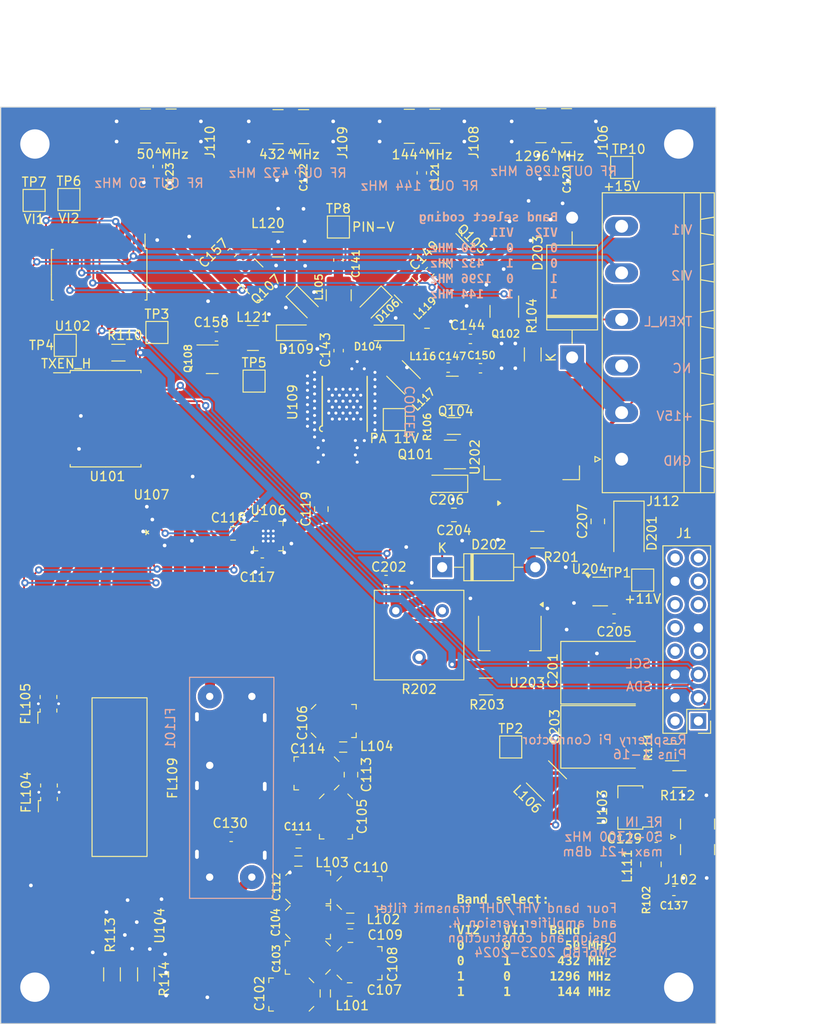
<source format=kicad_pcb>
(kicad_pcb (version 20240108) (generator "pcbnew") (generator_version "8.0")
  (layers (0 "F.Cu" mixed) (31 "B.Cu" mixed) (34 "B.Paste" user) (35 "F.Paste" user) (36 "B.SilkS" user "B.Silkscreen") (37 "F.SilkS" user "F.Silkscreen") (38 "B.Mask" user) (39 "F.Mask" user) (44 "Edge.Cuts" user))
  (net 0 "")
  (net 1 "GND")
  (net 2 "Net-(C102-Pad1)")
  (net 3 "Net-(C103-Pad1)")
  (net 4 "Net-(C104-Pad1)")
  (net 5 "Net-(C105-Pad1)")
  (net 6 "Net-(FL101-IN+)")
  (net 7 "Net-(C137-Pad1)")
  (net 8 "Net-(FL104-IN)")
  (net 9 "+11V")
  (net 10 "Net-(Q104-D)")
  (net 11 "VDD")
  (net 12 "VCC")
  (net 13 "Net-(FL104-OUT)")
  (net 14 "Net-(L111-Pad2)")
  (net 15 "Net-(Q101-D)")
  (net 16 "Net-(Q102-G)")
  (net 17 "Net-(Q105-G)")
  (net 18 "Net-(Q107-G)")
  (net 19 "Net-(Q108-G)")
  (net 20 "/TXEN_L")
  (net 21 "Net-(U106-RFGND1)")
  (net 22 "Net-(U107-ANT)")
  (net 23 "Net-(U106-RF1)")
  (net 24 "Net-(U106-RF2)")
  (net 29 "/TXEN_H")
  (net 30 "Net-(FL109-IN)")
  (net 31 "/SCL")
  (net 32 "/RF_Out_23cm")
  (net 33 "/RF1")
  (net 34 "/RFCIN")
  (net 35 "/RFOUT23")
  (net 36 "/RFOUT6")
  (net 37 "/RFOUT2")
  (net 38 "/RFOUT70")
  (net 39 "RF_Filtered")
  (net 40 "/RF_Out_2m")
  (net 41 "Net-(C129-Pad2)")
  (net 42 "Net-(D104-A)")
  (net 43 "Net-(U109-RF_OUT)")
  (net 44 "Net-(FL101-OUT+)")
  (net 47 "Net-(FL109-OUT)")
  (net 49 "Net-(FL105-OUT)")
  (net 50 "Net-(Q102-D)")
  (net 51 "Net-(Q105-D)")
  (net 52 "Net-(Q107-D)")
  (net 53 "Net-(Q108-D)")
  (net 54 "Net-(C141-Pad2)")
  (net 56 "Net-(U101-P2)")
  (net 57 "/RF_Out_6m")
  (net 58 "/RF_In")
  (net 59 "/RF_Out_70cm")
  (net 60 "/SDA")
  (net 69 "VI2")
  (net 70 "VI1")
  (net 71 "Net-(U101-P1)")
  (net 72 "Net-(U101-P0)")
  (net 73 "Net-(D202-A)")
  (net 74 "/Power/+15V")
  (net 75 "Net-(R202-Pad2)")
  (net 76 "Net-(U104-RF4)")
  (net 77 "Net-(U107-RF4)")
  (net 78 "Net-(U101-P3)")
  (net 79 "Net-(U204-BP)")
  (footprint "Capacitor_SMD:C_0805_2012Metric" (layer "F.Cu") (at 136.31 151.78)
    (property "Reference" "C109")
    (property "Value" "120pF")
  )
  (footprint "Capacitor_SMD:C_0805_2012Metric" (layer "F.Cu") (at 136.23 157.65)
    (property "Reference" "C107")
    (property "Value" "100pF")
  )
  (footprint "RFSW6042:QFN12_RFSW_QOR" (layer "F.Cu") (at 114.6711 106.43 90)
    (property "Reference" "U107")
    (property "Value" "RFSW6042")
  )
  (footprint "Resistor_SMD:R_1206_3216Metric" (layer "F.Cu") (at 147.6 96.2 180)
    (property "Reference" "R106")
    (property "Value" "10k")
  )
  (footprint "ProjectLib:SMA_Samtec_SMA-J-P-X-ST-EM1_EdgeMount" (layer "F.Cu") (at 158.49 63.5925 180)
    (property "Reference" "J106")
    (property "Value" "SMA")
  )
  (footprint "TestPoint:TestPoint_Pad_2.0x2.0mm" (layer "F.Cu") (at 135 74.5)
    (property "Reference" "TP8")
    (property "Value" "PIN-V")
  )
  (footprint "Filter:Filter_Mini-Circuits_FV1206" (layer "F.Cu") (at 103.422 136.139 90)
    (property "Reference" "FL104")
    (property "Value" "HFCN-1200+")
  )
  (footprint "ProjectLib:SMA_Samtec_SMA-J-P-X-ST-EM1_EdgeMount" (layer "F.Cu") (at 144.13 63.6625 180)
    (property "Reference" "J108")
    (property "Value" "SMA")
  )
  (footprint "Package_TO_SOT_SMD:SOT-23" (layer "F.Cu") (at 121.235 88.9212)
    (property "Reference" "Q108")
    (property "Value" "BSS138")
  )
  (footprint "TestPoint:TestPoint_Pad_2.0x2.0mm" (layer "F.Cu") (at 125.8 91.3)
    (property "Reference" "TP5")
    (property "Value" "TXEN_L")
  )
  (footprint "Capacitor_SMD:C_0603_1608Metric" (layer "F.Cu") (at 144.1 68.6 -90)
    (property "Reference" "C121")
    (property "Value" "1nF")
  )
  (footprint "Capacitor_SMD:C_0603_1608Metric" (layer "F.Cu") (at 158.5 68.3 -90)
    (property "Reference" "C120")
    (property "Value" "1nF")
  )
  (footprint "Package_TO_SOT_SMD:SOT-23" (layer "F.Cu") (at 147.9 77.5 -45)
    (property "Reference" "Q105")
    (property "Value" "BSS138")
  )
  (footprint "Capacitor_SMD:C_0603_1608Metric" (layer "F.Cu") (at 150.5 89.9)
    (property "Reference" "C150")
    (property "Value" "10nF")
  )
  (footprint "Inductor_SMD:L_1008_2520Metric_Pad1.43x2.20mm_HandSolder" (layer "F.Cu") (at 169.1 144 -90)
    (property "Reference" "L111")
    (property "Value" "680nH")
  )
  (footprint "Capacitor_SMD:C_0603_1608Metric" (layer "F.Cu") (at 171.6 146.9)
    (property "Reference" "C137")
    (property "Value" "330pF")
  )
  (footprint "Inductor_SMD:L_0805_2012Metric" (layer "F.Cu") (at 136.29 149.88)
    (property "Reference" "L102")
    (property "Value" "68 nH")
  )
  (footprint "Capacitor_SMD:C_0603_1608Metric" (layer "F.Cu") (at 126.7 111.1)
    (property "Reference" "C117")
    (property "Value" "1nF")
  )
  (footprint "Capacitor_SMD:C_Trimmer_Murata_TZC3" (layer "F.Cu") (at 129.86 158.2 180)
    (property "Reference" "C102")
    (property "Value" "5-20pF")
  )
  (footprint "Capacitor_Tantalum_SMD:CP_EIA-7260-38_AVX-R_Pad2.68x6.30mm_HandSolder" (layer "F.Cu") (at 163.8 130.1)
    (property "Reference" "C203")
    (property "Value" "10μF")
  )
  (footprint "Capacitor_SMD:C_0805_2012Metric" (layer "F.Cu") (at 136.37 134.22 -90)
    (property "Reference" "C113")
    (property "Value" "100pF")
  )
  (footprint "TestPoint:TestPoint_Pad_2.0x2.0mm" (layer "F.Cu") (at 105.6 71.5)
    (property "Reference" "TP6")
    (property "Value" "VI2")
  )
  (footprint "Capacitor_SMD:C_Trimmer_Murata_TZC3" (layer "F.Cu") (at 131.69 150.32)
    (property "Reference" "C104")
    (property "Value" "2.5-6pF")
  )
  (footprint "Capacitor_SMD:C_0805_2012Metric" (layer "F.Cu") (at 133.135 105.2612 90)
    (property "Reference" "C119")
    (property "Value" "1nF")
  )
  (footprint "Capacitor_SMD:C_Trimmer_Murata_TZC3" (layer "F.Cu") (at 134.73 138.78 -90)
    (property "Reference" "C105")
    (property "Value" "2.5-6pF")
  )
  (footprint "Capacitor_SMD:C_0603_1608Metric" (layer "F.Cu") (at 169.675 141.1 180)
    (property "Reference" "C129")
    (property "Value" "10nF")
  )
  (footprint "Diode_SMD:D_SOD-323_HandSoldering" (layer "F.Cu") (at 130.245 86.0312)
    (property "Reference" "D109")
    (property "Value" "BA592" (hide yes))
  )
  (footprint "Capacitor_Tantalum_SMD:CP_EIA-3216-18_Kemet-A" (layer "F.Cu") (at 146.8 102.5 180)
    (property "Reference" "C206")
    (property "Value" "1μF 16V Tantal")
  )
  (footprint "TestPoint:TestPoint_Pad_2.0x2.0mm" (layer "F.Cu") (at 153.8 131.2)
    (property "Reference" "TP2")
    (property "Value" "VCC")
  )
  (footprint "Resistor_SMD:R_1206_3216Metric" (layer "F.Cu") (at 110.3 156 90)
    (property "Reference" "R113")
    (property "Value" "10k")
  )
  (footprint "Resistor_SMD:R_1206_3216Metric" (layer "F.Cu") (at 172.2 134.7)
    (property "Reference" "R112")
    (property "Value" "10k")
  )
  (footprint "Capacitor_SMD:C_0603_1608Metric" (layer "F.Cu") (at 135.025 87.9812 90)
    (property "Reference" "C143")
    (property "Value" "10nF")
  )
  (footprint "Capacitor_SMD:C_0603_1608Metric" (layer "F.Cu") (at 115.3 67.9 -90)
    (property "Reference" "C123")
    (property "Value" "10nF")
  )
  (footprint "Resistor_SMD:R_0201_0603Metric" (layer "F.Cu") (at 169.7 146.9 -90)
    (property "Reference" "R102")
    (property "Value" "150")
  )
  (footprint "Capacitor_SMD:C_0805_2012Metric" (layer "F.Cu") (at 123.509999 107.91)
    (property "Reference" "C118")
    (property "Value" "1nF")
  )
  (footprint "Capacitor_SMD:C_0805_2012Metric" (layer "F.Cu") (at 130.63 141.49 180)
    (property "Reference" "C111")
    (property "Value" "120pF")
  )
  (footprint "Connector_PinHeader_2.54mm:PinHeader_2x08_P2.54mm_Vertical" (layer "F.Cu") (at 174.275 128.375 180)
    (property "Reference" "J1")
    (property "Value" "Raspberry_Pi 16-pin")
  )
  (footprint "Capacitor_SMD:C_Trimmer_Murata_TZC3" (layer "F.Cu") (at 134.49 128.37)
    (property "Reference" "C106")
    (property "Value" "5-20pF")
  )
  (footprint "Package_TO_SOT_SMD:SOT-23" (layer "F.Cu") (at 153.1 83.7 -90)
    (property "Reference" "Q102")
    (property "Value" "BSS138")
  )
  (footprint "Potentiometer_THT:Potentiometer_Bourns_3386F_Vertical" (layer "F.Cu") (at 141.26 116.345 -90)
    (property "Reference" "R202")
    (property "Value" "1k")
  )
  (footprint "Resistor_SMD:R_1206_3216Metric" (layer "F.Cu") (at 114 156 90)
    (property "Reference" "R114")
    (property "Value" "10k")
  )
  (footprint "Inductor_SMD:L_1008_2520Metric" (layer "F.Cu") (at 144.6675 86.6512 180)
    (property "Reference" "L116")
    (property "Value" "680 nH")
  )
  (footprint "Package_TO_SOT_SMD:TO-263-2" (layer "F.Cu") (at 156.1 97.225 90)
    (property "Reference" "U202")
    (property "Value" "LM317D2T")
  )
  (footprint "ProjectLib:SMA_Samtec_SMA-J-P-X-ST-EM1_EdgeMount" (layer "F.Cu") (at 129.81 63.7025 180)
    (property "Reference" "J109")
    (property "Value" "SMA")
  )
  (footprint "Filter:Filter_Mini-Circuits_FV1206" (layer "F.Cu") (at 103.372 126.489 90)
    (property "Reference" "FL105")
    (property "Value" "LFCN-1325")
  )
  (footprint "Capacitor_SMD:C_0603_1608Metric" (layer "F.Cu") (at 129.8 68.5 -90)
    (property "Reference" "C122")
    (property "Value" "10nF")
  )
  (footprint "Capacitor_SMD:C_0603_1608Metric" (layer "F.Cu") (at 165.075 117.2 180)
    (property "Reference" "C205")
    (property "Value" "10nF")
  )
  (footprint "MountingHole:MountingHole_3.2mm_M3_DIN965_Pad" (layer "F.Cu") (at 172.129553 65.448364)
    (property "Reference" "H102" (hide yes))
    (property "Value" "MountingHole_Pad" (hide yes))
  )
  (footprint "Capacitor_SMD:C_0603_1608Metric" (layer "F.Cu") (at 123.4 77.3 45)
    (property "Reference" "C157")
    (property "Value" "10nF")
  )
  (footprint "RFSW6042:QFN12_RFSW_QOR" (layer "F.Cu") (at 113.03 150.34 90)
    (property "Reference" "U104")
    (property "Value" "RFSW6042")
  )
  (footprint "TestPoint:TestPoint_Pad_2.0x2.0mm" (layer "F.Cu") (at 101.8 71.6)
    (property "Reference" "TP7")
    (property "Value" "VI1")
  )
  (footprint "Capacitor_SMD:C_Trimmer_Murata_TZC3" (layer "F.Cu") (at 131.7 146.5)
    (property "Reference" "C112")
    (property "Value" "5-20pF")
  )
  (footprint "Diode_THT:D_DO-41_SOD81_P10.16mm_Horizontal" (layer "F.Cu") (at 146.32 111.6)
    (property "Reference" "D202")
    (property "Value" "LL4002")
  )
  (footprint "Resistor_SMD:R_1206_3216Metric" (layer "F.Cu") (at 151.1 124.6)
    (property "Reference" "R203")
    (property "Value" "220")
  )
  (footprint "Resistor_SMD:R_1206_3216Metric" (layer "F.Cu") (at 156.2 88.4 -90)
    (property "Reference" "R104")
    (property "Value" "270")
  )
  (footprint "Capacitor_Tantalum_SMD:CP_EIA-7260-38_AVX-R_Pad2.68x6.30mm_HandSolder" (layer "F.Cu") (at 163.8 123.1)
    (property "Reference" "C201")
    (property "Value" "2.2μF")
  )
  (footprint "MountingHole:MountingHole_3.2mm_M3_DIN965_Pad" (layer "F.Cu") (at 101.889149 65.448364)
    (property "Reference" "H104" (hide yes))
    (property "Value" "MountingHole_Pad" (hide yes))
  )
  (footprint "Diode_SMD:D_SMA" (layer "F.Cu") (at 166.7 107.9 -90)
    (property "Reference" "D201")
    (property "Value" "LL4002")
  )
  (footprint "Resistor_SMD:R_1206_3216Metric" (layer "F.Cu") (at 111 88.2 180)
    (property "Reference" "R110")
    (property "Value" "10k")
  )
  (footprint "Capacitor_SMD:C_0805_2012Metric" (layer "F.Cu") (at 163.3 106.6 90)
    (property "Reference" "C207")
    (property "Value" "0.1μF")
  )
  (footprint "Diode_SMD:D_SOD-323_HandSoldering" (layer "F.Cu") (at 138.845 82.9462 -135)
    (property "Reference" "D106")
    (property "Value" "BA592" (hide yes))
  )
  (footprint "Resistor_SMD:R_1206_3216Metric" (layer "F.Cu") (at 156.7 108.6 180)
    (property "Reference" "R201")
    (property "Value" "220")
  )
  (footprint "Capacitor_SMD:C_0603_1608Metric" (layer "F.Cu") (at 144.975 79.3612 -135)
    (property "Reference" "C149")
    (property "Value" "10nF")
  )
  (footprint "FBQ:PHA202+" (layer "F.Cu") (at 135.6875 93.7912 90)
    (property "Reference" "U109")
    (property "Value" "PHA-202+")
  )
  (footprint "Inductor_SMD:L_0805_2012Metric" (layer "F.Cu") (at 133.57 158.08 -90)
    (property "Reference" "L101")
    (property "Value" "68 nH")
  )
  (footprint "Inductor_SMD:L_1210_3225Metric" (layer "F.Cu") (at 142.485 81.3712 135)
    (property "Reference" "L119")
    (property "Value" "1.8uH")
  )
  (footprint "Capacitor_SMD:C_0603_1608Metric" (layer "F.Cu") (at 121.695 86.4312)
    (property "Reference" "C158")
    (property "Value" "10nF")
  )
  (footprint "Package_TO_SOT_SMD:SOT-23" (layer "F.Cu") (at 147.4275 92.3312 180)
    (property "Reference" "Q104")
    (property "Value" "FDN358P")
  )
  (footprint "Capacitor_SMD:C_0603_1608Metric" (layer "F.Cu") (at 149.4 86.7 180)
    (property "Reference" "C144")
    (property "Value" "10nF")
  )
  (footprint "Inductor_SMD:L_0805_2012Metric" (layer "F.Cu") (at 130.63 143.64 180)
    (property "Reference" "L103")
    (property "Value" "68 nH")
  )
  (footprint "TestPoint:TestPoint_Pad_2.0x2.0mm" (layer "F.Cu") (at 168.2 113)
    (property "Reference" "TP1")
    (property "Value" "+11V")
  )
  (footprint "Capacitor_SMD:C_Trimmer_Murata_TZC3" (layer "F.Cu") (at 131.66 154.18 180)
    (property "Reference" "C103")
    (property "Value" "2.5-6pF")
  )
  (footprint "ProjectLib:SMA_Samtec_SMA-J-P-X-ST-EM1_EdgeMount" (layer "F.Cu") (at 174.0375 141 90)
    (property "Reference" "J102")
    (property "Value" "SMA")
  )
  (footprint "Inductor_SMD:L_1812_4532Metric" (layer "F.Cu") (at 142.1 90.9 135)
    (property "Reference" "L117")
    (property "Value" "WA8514-AE")
  )
  (footprint "ProjectLib:SMA_Samtec_SMA-J-P-X-ST-EM1_EdgeMount" (layer "F.Cu") (at 115.35 63.6325 180)
    (property "Reference" "J110")
    (property "Value" "SMA")
  )
  (footprint "Capacitor_SMD:C_0603_1608Metric" (layer "F.Cu") (at 140.2 113)
    (property "Reference" "C202")
    (property "Value" "10μF")
  )
  (footprint "Inductor_SMD:L_1210_3225Metric" (layer "F.Cu") (at 135.035 81.9412 90)
    (property "Reference" "L105")
    (property "Value" "5.6uH")
  )
  (footprint "FBQ:5CHT" (layer "F.Cu") (at 111.122 134.438 90)
    (property "Reference" "FL109")
    (property "Value" "FE-1069")
  )
  (footprint "Diode_SMD:D_SOD-323_HandSoldering" (layer "F.Cu") (at 140.135 86.0462 180)
    (property "Reference" "D104")
    (property "Value" "BA592" (hide yes))
  )
  (footprint "Package_TO_SOT_SMD:SOT-23" (layer "F.Cu") (at 125.2 79.5 135)
    (property "Reference" "Q107")
    (property "Value" "BSS138")
  )
  (footprint "Connector_Phoenix_MSTB:PhoenixContact_MSTBA_2,5_6-G-5,08_1x06_P5.08mm_Horizontal" (layer "F.Cu") (at 165.9 99.82 90)
    (property "Reference" "J112")
    (property "Value" "Conn_01x06_Pin")
  )
  (footprint "MountingHole:MountingHole_3.2mm_M3_DIN965_Pad" (layer "F.Cu") (at 101.889149 157.396364)
    (property "Reference" "H101" (hide yes))
    (property "Value" "MountingHole_Pad" (hide yes))
  )
  (footprint "Diode_SMD:D_SOD-323_HandSoldering" (layer "F.Cu") (at 131.315 82.9112 -45)
    (property "Reference" "D107")
    (property "Value" "BA592" (hide yes))
  )
  (footprint "Package_TO_SOT_SMD:SOT-23-5" (layer "F.Cu") (at 163.5625 114.25)
    (property "Reference" "U204")
    (property "Value" "LP2985-5.0")
  )
  (footprint "Capacitor_SMD:C_0603_1608Metric" (layer "F.Cu") (at 123.3 141 180)
    (property "Reference" "C130")
    (property "Value" "10nF")
  )
  (footprint "Inductor_SMD:L_1210_3225Metric" (layer "F.Cu") (at 125.675 86.6012)
    (property "Reference" "L121")
    (property "Value" "15 uH")
  )
  (footprint "Resistor_SMD:R_1206_3216Metric" (layer "F.Cu") (at 171.4 131.8)
    (property "Reference" "R111")
    (property "Value" "10k")
  )
  (footprint "TestPoint:TestPoint_Pad_2.0x2.0mm" (layer "F.Cu") (at 141.1 95.5)
    (property "Reference" "TP9" (hide yes))
    (property "Value" "PA 11V")
  )
  (footprint "Package_SO:SOIC-16W_7.5x10.3mm_P1.27mm" (layer "F.Cu") (at 109.6 95.4)
    (property "Reference" "U101")
    (property "Value" "PCF8574")
  )
  (footprint "Package_SO:SO-16_5.3x10.2mm_P1.27mm" (layer "F.Cu") (at 108.9 79.7 -90)
    (property "Reference" "U102")
    (property "Value" "4555")
  )
  (footprint "Inductor_SMD:L_0805_2012Metric" (layer "F.Cu") (at 135.52 131.21 180)
    (property "Reference" "L104")
    (property "Value" "68 nH")
  )
  (footprint "Capacitor_SMD:C_Trimmer_Murata_TZC3" (layer "F.Cu") (at 137.29 147.12)
    (property "Reference" "C110")
    (property "Value" "5-20pF")
  )
  (footprint "Capacitor_SMD:C_0805_2012Metric" (layer "F.Cu") (at 147.6 105.9 180)
    (property "Reference" "C204")
    (property "Value" "0.1μF")
  )
  (footprint "Package_TO_SOT_SMD:SOT-89-3" (layer "F.Cu") (at 166.85 137.8 180)
    (property "Reference" "U103")
    (property "Value" "PGA-103+")
  )
  (footprint "Inductor_SMD:L_1210_3225Metric" (layer "F.Cu") (at 128.4 76.4)
    (property "Reference" "L120")
    (property "Value" "5,6 uH")
  )
  (footprint "Capacitor_SMD:C_Trimmer_Murata_TZC3" (layer "F.Cu") (at 137.305 154.78)
    (property "Reference" "C108")
    (property "Value" "5-20pF" (hide yes))
  )
  (footprint "Capacitor_SMD:C_Trimmer_Murata_TZC3" (layer "F.Cu") (at 132.61 134.08 180)
    (property "Reference" "C114")
    (property "Value" "5-20pF")
  )
  (footprint "Package_TO_SOT_SMD:SOT-23" (layer "F.Cu") (at 147.2 99.3 180)
    (property "Reference" "Q101")
    (property "Value" "BSS138")
  )
  (footprint "TestPoint:TestPoint_Pad_2.0x2.0mm" (layer "F.Cu") (at 115.2 86)
    (property "Reference" "TP3")
    (property "Value" "VDD")
  )
  (footprint "TestPoint:TestPoint_Pad_2.0x2.0mm" (layer "F.Cu") (at 105.2 87.4)
    (property "Reference" "TP4")
    (property "Value" "TXEN_H")
  )
  (footprint "Package_DFN_QFN:QFN-16-1EP_3x3mm_P0.5mm_EP1.7x1.7mm_ThermalVias" (layer "F.Cu") (at 127.35 108.2)
    (property "Reference" "U106")
    (property "Value" "SKY12348-350LF")
  )
  (footprint "Capacitor_SMD:C_0603_1608Metric" (layer "F.Cu") (at 135 78.1 -90)
    (property "Reference" "C141")
    (property "Value" "10nF")
  )
  (footprint "Inductor_SMD:L_1812_4532Metric" (layer "F.Cu") (at 157.7 134.9 -45)
    (property "Reference" "L106")
    (property "Value" "WA8514-AE")
  )
  (footprint "Diode_THT:D_DO-201AE_P15.24mm_Horizontal" (layer "F.Cu") (at 160.5 88.72 90)
    (property "Reference" "D203")
    (property "Value" "1.5KE18A")
  )
  (footprint "Capacitor_SMD:C_0603_1608Metric" (layer "F.Cu") (at 146.9775 89.8312 180)
    (property "Reference" "C147")
    (property "Value" "10nF")
  )
  (footprint "TestPoint:TestPoint_Pad_2.0x2.0mm" (layer "F.Cu") (at 165.9 68)
    (property "Reference" "TP10")
    (property "Value" "+15V")
  )
  (footprint "Package_TO_SOT_SMD:SOT-223-3_TabPin2" (layer "F.Cu") (at 153.7 118.8 -90)
    (property "Reference" "U203")
    (property "Value" "LD1117S33TR_SOT223")
  )
  (footprint "MountingHole:MountingHole_3.2mm_M3_DIN965_Pad" (layer "F.Cu") (at 172.129553 157.396364)
    (property "Reference" "H103" (hide yes))
    (property "Value" "MountingHole_Pad" (hide yes))
  )
  (footprint "ProjectLib:FE-7H3-160" (layer "B.Cu") (at 123.06 134.59 -90)
    (property "Reference" "FL101")
    (property "Value" "FE-7H3-160A")
  )
  (gr_rect (start 98.163149 61.422747) (end 176.183953 161.362747) (stroke (width 0.1)) (fill none) (layer "Edge.Cuts"))
  (gr_text "RF OUT 1296 MHz" (at 165.5 69 0) (layer "B.SilkS") (effects (font (size 1 1)) (justify left bottom mirror)))
  (gr_text "SCL" (at 169.2 122.7 0) (layer "B.SilkS") (effects (font (size 1 1)) (justify left bottom mirror)))
  (gr_text "Band select coding\nVI2  	VI1\n0		0	  50 MHz\n0		1	 432 MHz\n1		0	1296 MHz\n1		1	 144 MHz" (at 158.94 82.46 0) (layer "B.SilkS") (effects (font (size 1 1) (thickness 0.2) (bold yes)) (justify left bottom mirror)))
  (gr_text "RF OUT 144 MHz" (at 150.4 70.6 0) (layer "B.SilkS") (effects (font (size 1 1)) (justify left bottom mirror)))
  (gr_text "RF OUT 432 MHz" (at 136 69.2 0) (layer "B.SilkS") (effects (font (size 1 1)) (justify left bottom mirror)))
  (gr_text "VI1" (at 173.7 75.4 0) (layer "B.SilkS") (effects (font (size 1 1)) (justify left bottom mirror)))
  (gr_text "RF OUT 50 MHz" (at 120.4 70.3 0) (layer "B.SilkS") (effects (font (size 1 1)) (justify left bottom mirror)))
  (gr_text "Raspberry Pi Connector \nPins 1-16" (at 173.1 132.6 0) (layer "B.SilkS") (effects (font (size 1 1)) (justify left bottom mirror)))
  (gr_text "VI2" (at 173.7 80.4 0) (layer "B.SilkS") (effects (font (size 1 1)) (justify left bottom mirror)))
  (gr_text "SDA" (at 169.3 125.2 0) (layer "B.SilkS") (effects (font (size 1 1)) (justify left bottom mirror)))
  (gr_text "COOLER" (at 143.4 91.7 90) (layer "B.SilkS") (effects (font (size 1 1)) (justify left bottom mirror)))
  (gr_text "TXEN_L" (at 173.7 85.4 0) (layer "B.SilkS") (effects (font (size 1 1)) (justify left bottom mirror)))
  (gr_text "Four band VHF/UHF transmit filter\nand amplifier version 4.\nDesign and construction \nSM6FBQ 2023-2024" (at 165.5 154.2 0) (layer "B.SilkS") (effects (font (size 1 1)) (justify left bottom mirror)))
  (gr_text "+15V" (at 173.8 95.7 0) (layer "B.SilkS") (effects (font (size 1 1)) (justify left bottom mirror)))
  (gr_text "RF IN  \n50-1300 MHz \nmax +21 dBm" (at 170.5 143.2 0) (layer "B.SilkS") (effects (font (size 1 1)) (justify left bottom mirror)))
  (gr_text "NC" (at 173.6 90.5 0) (layer "B.SilkS") (effects (font (size 1 1)) (justify left bottom mirror)))
  (gr_text "GND" (at 173.6 100.6 0) (layer "B.SilkS") (effects (font (size 1 1)) (justify left bottom mirror)))
  (gr_text "1296 MHz" (at 154.15 67.36 0) (layer "F.SilkS") (effects (font (size 1 1)) (justify left bottom)))
  (gr_text "144 MHz" (at 140.72 67.19 0) (layer "F.SilkS") (effects (font (size 1 1)) (justify left bottom)))
  (gr_text "432 MHz" (at 126.24 67.16 0) (layer "F.SilkS") (effects (font (size 1 1)) (justify left bottom)))
  (gr_text "50 MHz" (at 112.89 67.13 0) (layer "F.SilkS") (effects (font (size 1 1)) (justify left bottom)))
  (gr_text "Band select:\n\nVI2   VI1   Band\n0     0       50 MHz\n0     1      432 MHz\n1     0     1296 MHz\n1     1      144 MHz\n" (at 147.92 158.53 0) (layer "F.SilkS") (effects (font (size 1 1) (thickness 0.2) (bold yes)) (justify left bottom)))
  (segment (start 174.1 138.175) (end 169.0875 138.175) (width 0.2) (layer "F.Cu") (net 1))
  (segment (start 126.55 108.45) (end 126.8 108.2) (width 0.2) (layer "F.Cu") (net 1))
  (segment (start 114.4711 105.3711) (end 114.1 105) (width 0.2) (layer "F.Cu") (net 1))
  (segment (start 128.1 107.45) (end 127.9 107.65) (width 0.2) (layer "F.Cu") (net 1))
  (segment (start 113.8321 107.03) (end 113.8321 107.4679) (width 0.2) (layer "F.Cu") (net 1))
  (segment (start 114.4711 105.591) (end 114.4711 105.3711) (width 0.2) (layer "F.Cu") (net 1))
  (segment (start 113.8321 107.4679) (end 113.7 107.7) (width 0.2) (layer "F.Cu") (net 1))
  (segment (start 169.0875 138.175) (end 168.7125 137.8) (width 0.2) (layer "F.Cu") (net 1))
  (segment (start 128.8 108.45) (end 128.2 108.45) (width 0.2) (layer "F.Cu") (net 1))
  (segment (start 128.8 107.45) (end 128.1 107.45) (width 0.2) (layer "F.Cu") (net 1))
  (segment (start 113.7 107.7) (end 113.8 107.5) (width 0.2) (layer "F.Cu") (net 1))
  (segment (start 115.5101 106.23) (end 114.8711 106.23) (width 0.2) (layer "F.Cu") (net 1))
  (segment (start 128.1 108.95) (end 127.9 108.75) (width 0.2) (layer "F.Cu") (net 1))
  (segment (start 114.4711 105.591) (end 114.4711 106.23) (width 0.2) (layer "F.Cu") (net 1))
  (segment (start 113.869 150.14) (end 114.16 150.14) (width 0.2) (layer "F.Cu") (net 1))
  (segment (start 127.6 109.65) (end 127.6 108.45) (width 0.2) (layer "F.Cu") (net 1))
  (segment (start 114.2 150.14) (end 113.23 150.14) (width 0.2) (layer "F.Cu") (net 1))
  (segment (start 125.9 108.45) (end 126.55 108.45) (width 0.2) (layer "F.Cu") (net 1))
  (segment (start 113.8321 106.23) (end 114.4711 106.23) (width 0.2) (layer "F.Cu") (net 1))
  (segment (start 128.8 108.95) (end 128.1 108.95) (width 0.2) (layer "F.Cu") (net 1))
  (segment (start 128.2 108.45) (end 127.9 108.75) (width 0.2) (layer "F.Cu") (net 1))
  (segment (start 174.1 143.825) (end 174.1 145.175) (width 0.2) (layer "F.Cu") (net 1))
  (segment (start 174.1 145.175) (end 172.375 146.9) (width 0.2) (layer "F.Cu") (net 1))
  (segment (start 112.191 150.14) (end 112.84 150.14) (width 0.2) (layer "F.Cu") (net 1))
  (via (at 125.22 62.98) (size 0.8) (drill 0.4) (layers "F.Cu" "B.Cu") (net 1))
  (via (at 148.99 83.11) (size 0.8) (drill 0.4) (layers "F.Cu" "B.Cu") (net 1))
  (via (at 113.77 69.65) (size 0.8) (drill 0.4) (layers "F.Cu" "B.Cu") (net 1))
  (via (at 159.8 111.6) (size 0.8) (drill 0.4) (layers "F.Cu" "B.Cu") (net 1))
  (via (at 131.37 78.73) (size 0.8) (drill 0.4) (layers "F.Cu" "B.Cu") (net 1))
  (via (at 116.1 153.8) (size 0.8) (drill 0.4) (layers "F.Cu" "B.Cu") (net 1))
  (via (at 113.7 107.7) (size 0.8) (drill 0.4) (layers "F.Cu" "B.Cu") (net 1))
  (via (at 156.83 66.67) (size 0.8) (drill 0.4) (layers "F.Cu" "B.Cu") (net 1))
  (via (at 154.3 89.9) (size 0.8) (drill 0.4) (layers "F.Cu" "B.Cu") (net 1))
  (via (at 139.5 65.18) (size 0.8) (drill 0.4) (layers "F.Cu" "B.Cu") (net 1))
  (via (at 129.27 83.28) (size 0.8) (drill 0.4) (layers "F.Cu" "B.Cu") (net 1))
  (via (at 106.7 98.7) (size 0.8) (drill 0.4) (layers "F.Cu" "B.Cu") (net 1))
  (via (at 158.15 73.7) (size 0.8) (drill 0.4) (layers "F.Cu" "B.Cu") (net 1))
  (via (at 118.72 75.54) (size 0.8) (drill 0.4) (layers "F.Cu" "B.Cu") (net 1))
  (via (at 116.6 69.68) (size 0.8) (drill 0.4) (layers "F.Cu" "B.Cu") (net 1))
  (via (at 152.8 87.2) (size 0.8) (drill 0.4) (layers "F.Cu" "B.Cu") (net 1))
  (via (at 155.75 71.65) (size 0.8) (drill 0.4) (layers "F.Cu" "B.Cu") (net 1))
  (via (at 153.03 79.09) (size 0.8) (drill 0.4) (layers "F.Cu" "B.Cu") (net 1))
  (via (at 127.42 84.01) (size 0.8) (drill 0.4) (layers "F.Cu" "B.Cu") (net 1))
  (via (at 132.34 81.6) (size 0.8) (drill 0.4) (layers "F.Cu" "B.Cu") (net 1))
  (via (at 120 62.98) (size 0.8) (drill 0.4) (layers "F.Cu" "B.Cu") (net 1))
  (via (at 159.46 71.92) (size 0.8) (drill 0.4) (layers "F.Cu" "B.Cu") (net 1))
  (via (at 108.2 153.6) (size 0.8) (drill 0.4) (layers "F.Cu" "B.Cu") (net 1))
  (via (at 119.02 108.71) (size 0.8) (drill 0.4) (layers "F.Cu" "B.Cu") (net 1))
  (via (at 116 150.2) (size 0.8) (drill 0.4) (layers "F.Cu" "B.Cu") (net 1))
  (via (at 153.9 62.98) (size 0.8) (drill 0.4) (layers "F.Cu" "B.Cu") (net 1))
  (via (at 142.4 109.4) (size 0.8) (drill 0.4) (layers "F.Cu" "B.Cu") (net 1))
  (via (at 148.74 65.18) (size 0.8) (drill 0.4) (layers "F.Cu" "B.Cu") (net 1))
  (via (at 131.19 72.52) (size 0.8) (drill 0.4) (layers "F.Cu" "B.Cu") (net 1))
  (via (at 151.68 75.83) (size 0.8) (drill 0.4) (layers "F.Cu" "B.Cu") (net 1))
  (via (at 116.2 155.8) (size 0.8) (drill 0.4) (layers "F.Cu" "B.Cu") (net 1))
  (via (at 110.8 62.98) (size 0.8) (drill 0.4) (layers "F.Cu" "B.Cu") (net 1))
  (via (at 163.09 65.18) (size 0.8) (drill 0.4) (layers "F.Cu" "B.Cu") (net 1))
  (via (at 134.43 62.98) (size 0.8) (drill 0.4) (layers "F.Cu" "B.Cu") (net 1))
  (via (at 134.43 65.18) (size 0.8) (drill 0.4) (layers "F.Cu" "B.Cu") (net 1))
  (via (at 106.9 95.1) (size 0.8) (drill 0.4) (layers "F.Cu" "B.Cu") (net 1))
  (via (at 125.94 112.11) (size 0.8) (drill 0.4) (layers "F.Cu" "B.Cu") (net 1))
  (via (at 120.7 158.5) (size 0.8) (drill 0.4) (layers "F.Cu" "B.Cu") (net 1))
  (via (at 159.9 118.4) (size 0.8) (drill 0.4) (layers "F.Cu" "B.Cu") (net 1))
  (via (at 163.91 139.35) (size 0.8) (drill 0.4) (layers "F.Cu" "B.Cu") (net 1))
  (via (at 149.4 115) (size 0.8) (drill 0.4) (layers "F.Cu" "B.Cu") (net 1))
  (via (at 122.54 84.26) (size 0.8) (drill 0.4) (layers "F.Cu" "B.Cu") (net 1))
  (via (at 154.3 87.2) (size 0.8) (drill 0.4) (layers "F.Cu" "B.Cu") (net 1))
  (via (at 148.74 62.98) (size 0.8) (drill 0.4) (layers "F.Cu" "B.Cu") (net 1))
  (via (at 160.07 66.67) (size 0.8) (drill 0.4) (layers "F.Cu" "B.Cu") (net 1))
  (via (at 110.8 65.18) (size 0.8) (drill 0.4) (layers "F.Cu" "B.Cu") (net 1))
  (via (at 114.425 153.237242) (size 0.8) (drill 0.4) (layers "F.Cu" "B.Cu") (net 1))
  (via (at 114.1 105) (size 0.8) (drill 0.4) (layers "F.Cu" "B.Cu") (net 1))
  (via (at 129.14 106.47) (size 0.8) (drill 0.4) (layers "F.Cu" "B.Cu") (net 1))
  (via (at 120 65.18) (size 0.8) (drill 0.4) (layers "F.Cu" "B.Cu") (net 1))
  (via (at 119.097102 101.707763) (size 0.8) (drill 0.4) (layers "F.Cu" "B.Cu") (net 1))
  (via (at 163.09 62.98) (size 0.8) (drill 0.4) (layers "F.Cu" "B.Cu") (net 1))
  (via (at 153.9 65.18) (size 0.8) (drill 0.4) (layers "F.Cu" "B.Cu") (net 1))
  (via (at 112.5 153.2) (size 0.8) (drill 0.4) (layers "F.Cu" "B.Cu") (net 1))
  (via (at 163.2 121) (size 0.8) (drill 0.4) (layers "F.Cu" "B.Cu") (net 1))
  (via (at 157 69.25) (size 0.8) (drill 0.4) (layers "F.Cu" "B.Cu") (net 1))
  (via (at 132.7 87.79) (size 0.8) (drill 0.4) (layers "F.Cu" "B.Cu") (net 1))
  (via (at 129.87 109.02) (size 0.8) (drill 0.4) (layers "F.Cu" "B.Cu") (net 1))
  (via (at 129.7 144.9) (size 0.8) (drill 0.4) (layers "F.Cu" "B.Cu") (net 1))
  (via (at 155.96 75.97) (size 0.8) (drill 0.4) (layers "F.Cu" "B.Cu") (net 1))
  (via (at 128.43 76.1) (size 0.8) (drill 0.4) (layers "F.Cu" "B.Cu") (net 1))
  (via (at 125.22 65.18) (size 0.8) (drill 0.4) (layers "F.Cu" "B.Cu") (net 1))
  (via (at 160.7 115.5) (size 0.8) (drill 0.4) (layers "F.Cu" "B.Cu") (net 1))
  (via (at 125.6 109.97) (size 0.8) (drill 0.4) (layers "F.Cu" "B.Cu") (net 1))
  (via (at 175.15 136.47) (size 0.8) (drill 0.4) (layers "F.Cu" "B.Cu") (net 1))
  (via (at 152.8 89.9) (size 0.8) (drill 0.4) (layers "F.Cu" "B.Cu") (net 1))
  (via (at 163.91 137.97) (size 0.8) (drill 0.4) (layers "F.Cu" "B.Cu") (net 1))
  (via (at 128.2 78.69) (size 0.8) (drill 0.4) (layers "F.Cu" "B.Cu") (net 1))
  (via (at 160.03 69.41) (size 0.8) (drill 0.4) (layers "F.Cu" "B.Cu") (net 1))
  (via (at 141.25 84.42) (size 0.8) (drill 0.4) (layers "F.Cu" "B.Cu") (net 1))
  (via (at 152.4 108.6) (size 0.8) (drill 0.4) (layers "F.Cu" "B.Cu") (net 1))
  (via (at 129.09 110) (size 0.8) (drill 0.4) (layers "F.Cu" "B.Cu") (net 1))
  (via (at 131.37 69.37) (size 0.8) (drill 0.4) (layers "F.Cu" "B.Cu") (net 1))
  (via (at 163.91 136.53) (size 0.8) (drill 0.4) (layers "F.Cu" "B.Cu") (net 1))
  (via (at 172.63 136.47) (size 0.8) (drill 0.4) (layers "F.Cu" "B.Cu") (net 1))
  (via (at 131.31 76.06) (size 0.8) (drill 0.4) (layers "F.Cu" "B.Cu") (net 1))
  (via (at 153.67 73.89) (size 0.8) (drill 0.4) (layers "F.Cu" "B.Cu") (net 1))
  (via (at 147.27 84.8) (size 0.8) (drill 0.4) (layers "F.Cu" "B.Cu") (net 1))
  (via (at 116.2 158.3) (size 0.8) (drill 0.4) (layers "F.Cu" "B.Cu") (net 1))
  (via (at 148.5 108.7) (size 0.8) (drill 0.4) (layers "F.Cu" "B.Cu") (net 1))
  (via (at 143 113.3) (size 0.8) (drill 0.4) (layers "F.Cu" "B.Cu") (net 1))
  (via (at 128.43 72.5) (size 0.8) (drill 0.4) (layers "F.Cu" "B.Cu") (net 1))
  (via (at 111.7 151.7) (size 0.8) (drill 0.4) (layers "F.Cu" "B.Cu") (net 1))
  (via (at 172.63 145.49) (size 0.8) (drill 0.4) (layers "F.Cu" "B.Cu") (net 1))
  (via (at 113 150.3) (size 0.8) (drill 0.4) (layers "F.Cu" "B.Cu") (net 1))
  (via (at 128.3 69.39) (size 0.8) (drill 0.4) (layers "F.Cu" "B.Cu") (net 1))
  (via (at 120.78 82.59) (size 0.8) (drill 0.4) (layers "F.Cu" "B.Cu") (net 1))
  (via (at 147.5 104.2) (size 0.8) (drill 0.4) (layers "F.Cu" "B.Cu") (net 1))
  (via (at 142.48 89.81) (size 0.8) (drill 0.4) (layers "F.Cu" "B.Cu") (net 1))
  (via (at 116.04 109.23) (size 0.8) (drill 0.4) (layers "F.Cu" "B.Cu") (net 1))
  (via (at 109.7 149.2) (size 0.8) (drill 0.4) (layers "F.Cu" "B.Cu") (net 1))
  (via (at 114.7 106.4) (size 0.8) (drill 0.4) (layers "F.Cu" "B.Cu") (net 1))
  (via (at 157.8 116.1) (size 0.8) (drill 0.4) (layers "F.Cu" "B.Cu") (net 1))
  (via (at 101.45 146.3) (size 0.8) (drill 0.4) (layers "F.Cu" "B.Cu") (net 1))
  (via (at 115.7 147.8) (size 0.8) (drill 0.4) (layers "F.Cu" "B.Cu") (net 1))
  (via (at 112 147.9) (size 0.8) (drill 0.4) (layers "F.Cu" "B.Cu") (net 1))
  (via (at 129.19 87.74) (size 0.8) (drill 0.4) (layers "F.Cu" "B.Cu") (net 1))
  (via (at 151.14 80.8) (size 0.8) (drill 0.4) (layers "F.Cu" "B.Cu") (net 1))
  (via (at 115.23 75.92) (size 0.8) (drill 0.4) (layers "F.Cu" "B.Cu") (net 1))
  (via (at 139.5 62.98) (size 0.8) (drill 0.4) (layers "F.Cu" "B.Cu") (net 1))
  (via (at 175.18 145.49) (size 0.8) (drill 0.4) (layers "F.Cu" "B.Cu") (net 1))
  (segment (start 133.57 157.0175) (end 135.28 157.65) (width 0.2) (layer "F.Cu") (net 2))
  (segment (start 131.935 158.2) (end 133.57 157.0175) (width 0.2) (layer "F.Cu") (net 2))
  (segment (start 135.28 157.65) (end 135.23 154.78) (width 0.2) (layer "F.Cu") (net 2))
  (segment (start 131.935 158.2) (end 129.585 154.18) (width 0.2) (layer "F.Cu") (net 2))
  (segment (start 135.2275 149.88) (end 133.765 150.32) (width 0.2) (layer "F.Cu") (net 3))
  (segment (start 135.215 147.12) (end 135.2275 149.88) (width 0.2) (layer "F.Cu") (net 3))
  (segment (start 135.36 151.78) (end 133.735 154.18) (width 0.2) (layer "F.Cu") (net 3))
  (segment (start 133.765 150.32) (end 135.36 151.78) (width 0.2) (layer "F.Cu") (net 3))
  (segment (start 129.625 146.5) (end 129.615 150.32) (width 0.2) (layer "F.Cu") (net 4))
  (segment (start 131.6925 143.64) (end 131.58 141.49) (width 0.2) (layer "F.Cu") (net 4))
  (segment (start 131.58 141.49) (end 134.73 140.855) (width 0.2) (layer "F.Cu") (net 4))
  (segment (start 131.6925 143.64) (end 129.625 146.5) (width 0.2) (layer "F.Cu") (net 4))
  (segment (start 134.685 134.08) (end 135.56 134.08) (width 0.2) (layer "F.Cu") (net 5))
  (segment (start 136.5825 131.21) (end 136.5825 128.3875) (width 0.2) (layer "F.Cu") (net 5))
  (segment (start 135.56 134.08) (end 136.37 133.27) (width 0.2) (layer "F.Cu") (net 5))
  (segment (start 136.37 133.27) (end 136.37 131.4225) (width 0.2) (layer "F.Cu") (net 5))
  (segment (start 134.73 136.705) (end 134.73 134.125) (width 0.2) (layer "F.Cu") (net 5))
  (segment (start 120.99616 110.49616) (end 120.99616 125.68352) (width 1.08) (layer "F.Cu") (net 6))
  (segment (start 117.33 105.83) (end 115.5101 105.83) (width 0.2) (layer "F.Cu") (net 6))
  (segment (start 119.037106 106.537106) (end 119.581946 107.081946) (width 1.08) (layer "F.Cu") (net 6))
  (arc (start 120.99616 110.49616) (mid 120.628617 108.6484) (end 119.581946 107.081945) (width 1.08) (layer "F.Cu") (net 6))
  (arc (start 119.037106 106.537106) (mid 118.253879 106.013769) (end 117.33 105.829998) (width 1.08) (layer "F.Cu") (net 6))
  (segment (start 169.7 147.225) (end 170.5 147.225) (width 0.2) (layer "F.Cu") (net 7))
  (segment (start 170.5 147.225) (end 170.825 146.9) (width 0.2) (layer "F.Cu") (net 7))
  (segment (start 106.250427 147.550427) (end 109.24 150.54) (width 1.08) (layer "F.Cu") (net 8))
  (segment (start 103.422 140.722) (end 103.422 137.764) (width 1.08) (layer "F.Cu") (net 8))
  (segment (start 112.191 150.54) (end 111.16 150.54) (width 0.2) (layer "F.Cu") (net 8))
  (segment (start 109.24 150.54) (end 111.16 150.54) (width 1.08) (layer "F.Cu") (net 8))
  (arc (start 103.422 140.722) (mid 104.157084 144.417517) (end 106.250427 147.550426) (width 1.08) (layer "F.Cu") (net 8))
  (segment (start 156.263224 104.600338) (end 156.1 95.725) (width 1) (layer "F.Cu") (net 9))
  (segment (start 148.15 102.5) (end 148.975 102.5) (width 0.2) (layer "F.Cu") (net 9))
  (segment (start 166.7 109.9) (end 164.120984 111.920984) (width 1) (layer "F.Cu") (net 9))
  (segment (start 160.8 113.3) (end 162.425 113.3) (width 0.8) (layer "F.Cu") (net 9))
  (segment (start 156.1 89.962499) (end 156.2 89.862499) (width 1) (layer "F.Cu") (net 9))
  (segment (start 151.4 115.05) (end 151.4 114.05) (width 0.8) (layer "F.Cu") (net 9))
  (segment (start 168.2 113) (end 168.2 111.4) (width 0.2) (layer "F.Cu") (net 9))
  (segment (start 149.725 90.0212) (end 148.365 91.3812) (width 0.2) (layer "F.Cu") (net 9))
  (segment (start 146.32 111.6) (end 146.32 108.13) (width 0.2) (layer "F.Cu") (net 9))
  (segment (start 146.32 108.13) (end 148.55 105.9) (width 0.2) (layer "F.Cu") (net 9))
  (segment (start 156.1 95.725) (end 156.1 89.962499) (width 1) (layer "F.Cu") (net 9))
  (segment (start 160.45 113.65) (end 160.8 113.3) (width 0.8) (layer "F.Cu") (net 9))
  (segment (start 149.0625 96.2) (end 151.0125 98.15) (width 0.2) (layer "F.Cu") (net 9))
  (segment (start 157.663006 108.06363) (end 158.1625 108.6) (width 1) (layer "F.Cu") (net 9))
  (segment (start 148.365 91.3812) (end 151.4062 91.3812) (width 0.2) (layer "F.Cu") (net 9))
  (segment (start 148.55 105.9) (end 148.55 102.9) (width 0.2) (layer "F.Cu") (net 9))
  (segment (start 164.120984 111.920984) (end 158.1625 108.6) (width 1) (layer "F.Cu") (net 9))
  (segment (start 151.8 113.65) (end 160.45 113.65) (width 0.8) (layer "F.Cu") (net 9))
  (segment (start 164.120984 111.920984) (end 162.425 113.25) (width 1) (layer "F.Cu") (net 9))
  (segment (start 151.4 114.05) (end 151.8 113.65) (width 0.8) (layer "F.Cu") (net 9))
  (segment (start 168.2 111.4) (end 166.7 109.9) (width 0.2) (layer "F.Cu") (net 9))
  (segment (start 148.975 102.5) (end 153.325 98.15) (width 0.2) (layer "F.Cu") (net 9))
  (arc (start 157.663006 108.06363) (mid 156.642894 106.461409) (end 156.263223 104.600338) (width 1) (layer "F.Cu") (net 9))
  (segment (start 146.2025 92.0437) (end 146.49 92.3312) (width 0.2) (layer "F.Cu") (net 10))
  (segment (start 143.509971 93.090029) (end 143.509971 92.309971) (width 0.2) (layer "F.Cu") (net 10))
  (segment (start 141 95.6) (end 143.509971 93.090029) (width 0.2) (layer "F.Cu") (net 10))
  (segment (start 146.2025 89.8312) (end 146.2025 92.0437) (width 0.2) (layer "F.Cu") (net 10))
  (segment (start 146.2025 89.8312) (end 144.323729 91.709971) (width 0.2) (layer "F.Cu") (net 10))
  (segment (start 128.80885 142.901406) (end 129.195256 142.515) (width 0.2) (layer "F.Cu") (net 11))
  (segment (start 115.5101 107.03) (end 115.5101 107.3101) (width 0.2) (layer "F.Cu") (net 11))
  (segment (start 130.48 140.9825) (end 131.8625 139.6) (width 0.2) (layer "F.Cu") (net 11))
  (segment (start 112.4625 88.2) (end 113.4 88.2) (width 0.25) (layer "F.Cu") (net 11))
  (segment (start 156.85 124.5) (end 153.7 121.35) (width 0.8) (layer "F.Cu") (net 11))
  (segment (start 170.7375 134.7) (end 169.5875 133.55) (width 0.2) (layer "F.Cu") (net 11))
  (segment (start 113.869 150.94) (end 113.869 151.584415) (width 0.2) (layer "F.Cu") (net 11))
  (segment (start 113.345 88.2) (end 113.345 90.05) (width 0.2) (layer "F.Cu") (net 11))
  (segment (start 113.345 86.1) (end 113.345 88.2) (width 0.2) (layer "F.Cu") (net 11))
  (segment (start 153.7 121.35) (end 153.7 115.05) (width 0.5) (layer "F.Cu") (net 11))
  (segment (start 125.9 107.45) (end 125.9 107.4) (width 0.2) (layer "F.Cu") (net 11))
  (segment (start 169.5875 133.55) (end 164.3125 133.55) (width 0.2) (layer "F.Cu") (net 11))
  (segment (start 129.195256 142.515) (end 130.164744 142.515) (width 0.2) (layer "F.Cu") (net 11))
  (segment (start 115.175 156.2875) (end 114 157.4625) (width 0.2) (layer "F.Cu") (net 11))
  (segment (start 113.345 83.1625) (end 113.345 86.1) (width 0.2) (layer "F.Cu") (net 11))
  (segment (start 131.8625 139.6) (end 158.6 139.6) (width 0.2) (layer "F.Cu") (net 11))
  (segment (start 147.4 122.2) (end 153.45 122.2) (width 0.8) (layer "F.Cu") (net 11))
  (segment (start 158.7 130.2) (end 158.8 130.1) (width 0.2) (layer "F.Cu") (net 11))
  (segment (start 160.8625 130.1) (end 156.85 126.0875) (width 0.8) (layer "F.Cu") (net 11))
  (segment (start 115.7375 159.2) (end 128.80885 159.2) (width 0.2) (layer "F.Cu") (net 11))
  (segment (start 158.6 139.6) (end 158.7 139.7) (width 0.2) (layer "F.Cu") (net 11))
  (segment (start 114.25 90.955) (end 104.95 90.955) (width 0.2) (layer "F.Cu") (net 11))
  (segment (start 170.7375 134.7) (end 170.7375 132.6) (width 0.2) (layer "F.Cu") (net 11))
  (segment (start 110.3 157.4625) (end 114 157.4625) (width 0.2) (layer "F.Cu") (net 11))
  (segment (start 115.175 152.890415) (end 115.175 156.2875) (width 0.2) (layer "F.Cu") (net 11))
  (segment (start 114 157.4625) (end 115.7375 159.2) (width 0.2) (layer "F.Cu") (net 11))
  (segment (start 164.3125 133.55) (end 160.8625 130.1) (width 0.2) (layer "F.Cu") (net 11))
  (segment (start 156.85 125.85) (end 156.9 125.8) (width 0.8) (layer "F.Cu") (net 11))
  (segment (start 156.85 126.0875) (end 156.85 125.85) (width 0.8) (layer "F.Cu") (net 11))
  (segment (start 115.3 86.1) (end 113.345 86.1) (width 0.2) (layer "F.Cu") (net 11))
  (segment (start 113.869 151.584415) (end 115.175 152.890415) (width 0.2) (layer "F.Cu") (net 11))
  (segment (start 156.9 125.8) (end 156.85 125.75) (width 0.8) (layer "F.Cu") (net 11))
  (segment (start 113.4 88.2) (end 113.345 88.2) (width 0.25) (layer "F.Cu") (net 11))
  (segment (start 130.48 142.199744) (end 130.48 140.9825) (width 0.2) (layer "F.Cu") (net 11))
  (segment (start 158.8 130.1) (end 160.8625 130.1) (width 0.2) (layer "F.Cu") (net 11))
  (segment (start 170.7375 132.6) (end 169.9375 131.8) (width 0.2) (layer "F.Cu") (net 11))
  (segment (start 125.9 107.4) (end 124.7 106.2) (width 0.2) (layer "F.Cu") (net 11))
  (segment (start 156.85 125.75) (end 156.85 124.5) (width 0.8) (layer "F.Cu") (net 11))
  (segment (start 113.345 90.05) (end 114.25 90.955) (width 0.2) (layer "F.Cu") (net 11))
  (segment (start 130.164744 142.515) (end 130.48 142.199744) (width 0.2) (layer "F.Cu") (net 11))
  (segment (start 115.5101 107.3101) (end 116.1 107.9) (width 0.2) (layer "F.Cu") (net 11))
  (segment (start 128.80885 159.2) (end 128.80885 142.901406) (width 0.2) (layer "F.Cu") (net 11))
  (via (at 113.4 88.2) (size 0.8) (drill 0.4) (layers "F.Cu" "B.Cu") (net 11))
  (via (at 158.7 139.7) (size 0.8) (drill 0.4) (layers "F.Cu" "B.Cu") (net 11))
  (via (at 158.7 130.2) (size 0.8) (drill 0.4) (layers "F.Cu" "B.Cu") (net 11))
  (via (at 147.4 122.2) (size 0.8) (drill 0.4) (layers "F.Cu" "B.Cu") (net 11))
  (via (at 124.7 106.2) (size 0.8) (drill 0.4) (layers "F.Cu" "B.Cu") (net 11))
  (via (at 116.1 107.9) (size 0.8) (drill 0.4) (layers "F.Cu" "B.Cu") (net 11))
  (segment (start 127.8 103.3) (end 116.754966 92.254966) (width 0.8) (layer "B.Cu") (net 11))
  (segment (start 128.41005 103.9) (end 128.4 103.9) (width 0.8) (layer "B.Cu") (net 11))
  (segment (start 123 107.9) (end 116.1 107.9) (width 0.2) (layer "B.Cu") (net 11))
  (segment (start 158.7 130.2) (end 158.7 139.7) (width 0.2) (layer "B.Cu") (net 11))
  (segment (start 128.4 103.9) (end 127.8 103.3) (width 0.8) (layer "B.Cu") (net 11))
  (segment (start 147.4 122.2) (end 147.4 120.618238) (width 0.8) (layer "B.Cu") (net 11))
  (segment (start 141.806762 115.025) (end 139.535051 115.025) (width 0.8) (layer "B.Cu") (net 11))
  (segment (start 124.9 106.2) (end 127.8 103.3) (width 0.8) (layer "B.Cu") (net 11))
  (segment (start 124.7 106.2) (end 124.9 106.2) (width 0.8) (layer "B.Cu") (net 11))
  (segment (start 123 107.9) (end 124.7 106.2) (width 0.2) (layer "B.Cu") (net 11))
  (segment (start 139.535051 115.025) (end 128.41005 103.9) (width 0.8) (layer "B.Cu") (net 11))
  (segment (start 116.754966 90.754966) (end 114.2 88.2) (width 0.8) (layer "B.Cu") (net 11))
  (segment (start 114.2 88.2) (end 113.4 88.2) (width 0.8) (layer "B.Cu") (net 11))
  (segment (start 147.4 120.618238) (end 141.806762 115.025) (width 0.8) (layer "B.Cu") (net 11))
  (segment (start 116.754966 92.254966) (end 116.754966 90.754966) (width 0.8) (layer "B.Cu") (net 11))
  (segment (start 156.188559 133.388559) (end 155.988559 133.388559) (width 0.4) (layer "F.Cu") (net 12))
  (segment (start 165 113.3) (end 169.4 117.7) (width 0.4) (layer "F.Cu") (net 12))
  (segment (start 164.7 113.3) (end 165 113.3) (width 0.4) (layer "F.Cu") (net 12))
  (segment (start 160.8625 123.3) (end 160.8625 119.413804) (width 0.2) (layer "F.Cu") (net 12))
  (segment (start 171.7 135.601166) (end 171.326166 135.975) (width 0.4) (layer "F.Cu") (net 12))
  (segment (start 171.326166 135.975) (end 170.148834 135.975) (width 0.4) (layer "F.Cu") (net 12))
  (segment (start 168.223834 134.05) (end 156.85 134.05) (width 0.4) (layer "F.Cu") (net 12))
  (segment (start 155.988559 133.388559) (end 153.8 131.2) (width 0.4) (layer "F.Cu") (net 12))
  (segment (start 156.85 134.05) (end 156.188559 133.388559) (width 0.4) (layer "F.Cu") (net 12))
  (segment (start 163.6 114.4) (end 164.7 113.3) (width 0.2) (layer "F.Cu") (net 12))
  (segment (start 163.6 116.676304) (end 163.6 114.4) (width 0.2) (layer "F.Cu") (net 12))
  (segment (start 171.7 131.698834) (end 171.7 135.601166) (width 0.4) (layer "F.Cu") (net 12))
  (segment (start 169.4 117.7) (end 169.4 129.398834) (width 0.4) (layer "F.Cu") (net 12))
  (segment (start 170.148834 135.975) (end 168.223834 134.05) (width 0.4) (layer "F.Cu") (net 12))
  (segment (start 160.8625 119.413804) (end 163.6 116.676304) (width 0.2) (layer "F.Cu") (net 12))
  (segment (start 169.4 129.398834) (end 171.7 131.698834) (width 0.4) (layer "F.Cu") (net 12))
  (segment (start 103.372 128.114) (end 103.372 134.464) (width 1.08) (layer "F.Cu") (net 13))
  (segment (start 169.1 145.1625) (end 169.1 145.975) (width 0.2) (layer "F.Cu") (net 14))
  (segment (start 169.1 145.975) (end 169.7 146.575) (width 0.2) (layer "F.Cu") (net 14))
  (segment (start 146.1375 96.2) (end 148.365 93.9725) (width 0.2) (layer "F.Cu") (net 15))
  (segment (start 146.2625 99.3) (end 146.2625 96.325) (width 0.2) (layer "F.Cu") (net 15))
  (segment (start 148.365 93.9725) (end 148.365 93.2812) (width 0.2) (layer "F.Cu") (net 15))
  (segment (start 153.0775 81.79) (end 153.069603 81.79) (width 0.2) (layer "F.Cu") (net 16))
  (segment (start 106.995 76.2375) (end 106.995 79.5) (width 0.2) (layer "F.Cu") (net 16))
  (segment (start 154.05 82.7625) (end 153.0775 81.79) (width 0.2) (layer "F.Cu") (net 16))
  (via (at 106.995 79.5) (size 0.8) (drill 0.4) (layers "F.Cu" "B.Cu") (net 16))
  (via (at 153.069603 81.79) (size 0.8) (drill 0.4) (layers "F.Cu" "B.Cu") (net 16))
  (segment (start 106.995 79.5) (end 144.692894 79.5) (width 0.2) (layer "B.Cu") (net 16))
  (segment (start 147.232894 81.44) (end 147.582894 81.79) (width 0.2) (layer "B.Cu") (net 16))
  (segment (start 144.692894 79.5) (end 146.632894 81.44) (width 0.2) (layer "B.Cu") (net 16))
  (segment (start 147.582894 81.79) (end 153.069603 81.79) (width 0.2) (layer "B.Cu") (net 16))
  (segment (start 146.632894 81.44) (end 147.232894 81.44) (width 0.2) (layer "B.Cu") (net 16))
  (segment (start 149.562343 77.81884) (end 149.562343 78.666085) (width 0.25) (layer "F.Cu") (net 17))
  (segment (start 149.562343 78.666085) (end 149.214214 79.014214) (width 0.25) (layer "F.Cu") (net 17))
  (segment (start 147.908839 76.165336) (end 149.562343 77.81884) (width 0.25) (layer "F.Cu") (net 17))
  (segment (start 108.265 76.2375) (end 108.265 80.535) (width 0.2) (layer "F.Cu") (net 17))
  (segment (start 148.028428 80.2) (end 146.100002 80.2) (width 0.2) (layer "F.Cu") (net 17))
  (segment (start 146.100002 80.2) (end 145.216117 81.083885) (width 0.2) (layer "F.Cu") (net 17))
  (segment (start 108.265 80.535) (end 108.2 80.6) (width 0.2) (layer "F.Cu") (net 17))
  (segment (start 149.214214 79.014214) (end 148.028428 80.2) (width 0.2) (layer "F.Cu") (net 17))
  (via (at 108.2 80.6) (size 0.8) (drill 0.4) (layers "F.Cu" "B.Cu") (net 17))
  (via (at 145.216117 81.083885) (size 0.8) (drill 0.4) (layers "F.Cu" "B.Cu") (net 17))
  (via (at 128.18 80.98) (size 0.8) (drill 0.4) (layers "F.Cu" "B.Cu") (net 17))
  (segment (start 144.732232 80.6) (end 145.216117 81.083885) (width 0.2) (layer "B.Cu") (net 17))
  (segment (start 128.56 80.6) (end 144.732232 80.6) (width 0.2) (layer "B.Cu") (net 17))
  (segment (start 128.18 80.98) (end 128.56 80.6) (width 0.2) (layer "B.Cu") (net 17))
  (segment (start 127.8 80.6) (end 128.18 80.98) (width 0.2) (layer "B.Cu") (net 17))
  (segment (start 108.2 80.6) (end 127.8 80.6) (width 0.2) (layer "B.Cu") (net 17))
  (segment (start 105.725 81.375) (end 105.7 81.4) (width 0.2) (layer "F.Cu") (net 18))
  (segment (start 105.725 76.2375) (end 105.725 81.375) (width 0.2) (layer "F.Cu") (net 18))
  (segment (start 124.5 81.4) (end 124.5213 81.3787) (width 0.2) (layer "F.Cu") (net 18))
  (segment (start 124.5 81.4) (end 124.625825 81.4) (width 0.2) (layer "F.Cu") (net 18))
  (segment (start 124.625825 81.4) (end 125.191161 80.834664) (width 0.2) (layer "F.Cu") (net 18))
  (via (at 124.5 81.4) (size 0.8) (drill 0.4) (layers "F.Cu" "B.Cu") (net 18))
  (via (at 105.7 81.4) (size 0.8) (drill 0.4) (layers "F.Cu" "B.Cu") (net 18))
  (segment (start 105.7 81.4) (end 124.5 81.4) (width 0.2) (layer "B.Cu") (net 18))
  (segment (start 120.2975 87.9712) (end 120.2975 87.358052) (width 0.2) (layer "F.Cu") (net 19))
  (segment (start 120.2975 87.358052) (end 109.535 76.595552) (width 0.2) (layer "F.Cu") (net 19))
  (segment (start 112.075 84.149999) (end 112.075 83.1625) (width 0.2) (layer "F.Cu") (net 20))
  (segment (start 103.879448 96.7) (end 111 96.7) (width 0.2) (layer "F.Cu") (net 20))
  (segment (start 132.986304 89.5212) (end 125.6 89.5212) (width 0.2) (layer "F.Cu") (net 20))
  (segment (start 108.935 79.035001) (end 112.075 82.175001) (width 0.2) (layer "F.Cu") (net 20))
  (segment (start 117.9 85.6) (end 113.9 81.6) (width 0.2) (layer "F.Cu") (net 20))
  (segment (start 113.9 81.6) (end 112.650001 81.6) (width 0.2) (layer "F.Cu") (net 20))
  (segment (start 103.625 96.445552) (end 103.879448 96.7) (width 0.2) (layer "F.Cu") (net 20))
  (segment (start 120.444448 88.5712) (end 119.519448 88.5712) (width 0.2) (layer "F.Cu") (net 20))
  (segment (start 119.519448 88.5712) (end 117.9 86.951752) (width 0.2) (layer "F.Cu") (net 20))
  (segment (start 113.345 75.250001) (end 110.994999 72.9) (width 0.2) (layer "F.Cu") (net 20))
  (segment (start 103.845 90.355) (end 103.625 90.575) (width 0.2) (layer "F.Cu") (net 20))
  (segment (start 134.507504 88) (end 132.986304 89.5212) (width 0.2) (layer "F.Cu") (net 20))
  (segment (start 111.665 96.035) (end 114.25 96.035) (width 0.2) (layer "F.Cu") (net 20))
  (segment (start 141.430514 88) (end 134.507504 88) (width 0.2) (layer "F.Cu") (net 20))
  (segment (start 125.7 91.2) (end 125.7 89.6212) (width 0.2) (layer "F.Cu") (net 20))
  (segment (start 112.075 84.149999) (end 108.412499 87.812499) (width 0.2) (layer "F.Cu") (net 20))
  (segment (start 103.625 90.575) (end 103.625 96.445552) (width 0.2) (layer "F.Cu") (net 20))
  (segment (start 157.25762 88.76238) (end 142.192894 88.76238) (width 0.2) (layer "F.Cu") (net 20))
  (segment (start 109.9 72.9) (end 108.935 73.865) (width 0.2) (layer "F.Cu") (net 20))
  (segment (start 165.9 84.58) (end 161.44 84.58) (width 0.2) (layer "F.Cu") (net 20))
  (segment (start 110.994999 72.9) (end 109.9 72.9) (width 0.2) (layer "F.Cu") (net 20))
  (segment (start 105.869999 90.355) (end 103.845 90.355) (width 0.2) (layer "F.Cu") (net 20))
  (segment (start 117.9 86.951752) (end 117.9 85.6) (width 0.2) (layer "F.Cu") (net 20))
  (segment (start 109.5375 88.2) (end 108.8 88.2) (width 0.25) (layer "F.Cu") (net 20))
  (segment (start 125.6 89.5212) (end 121.394448 89.5212) (width 0.2) (layer "F.Cu") (net 20))
  (segment (start 113.345 76.2375) (end 113.345 75.250001) (width 0.2) (layer "F.Cu") (net 20))
  (segment (start 112.650001 81.6) (end 112.075 82.175001) (width 0.2) (layer "F.Cu") (net 20))
  (segment (start 142.192894 88.76238) (end 141.430514 88) (width 0.2) (layer "F.Cu") (net 20))
  (segment (start 121.394448 89.5212) (end 120.444448 88.5712) (width 0.2) (layer "F.Cu") (net 20))
  (segment (start 108.412499 87.812499) (end 105.869999 90.355) (width 0.2) (layer "F.Cu") (net 20))
  (segment (start 111 96.7) (end 111.665 96.035) (width 0.2) (layer "F.Cu") (net 20))
  (segment (start 108.935 73.865) (end 108.935 79.035001) (width 0.2) (layer "F.Cu") (net 20))
  (segment (start 108.8 88.2) (end 108.412499 87.812499) (width 0.25) (layer "F.Cu") (net 20))
  (segment (start 125.7 89.6212) (end 125.6 89.5212) (width 0.2) (layer "F.Cu") (net 20))
  (segment (start 112.075 82.175001) (end 112.075 83.1625) (width 0.2) (layer "F.Cu") (net 20))
  (segment (start 161.44 84.58) (end 157.25762 88.76238) (width 0.2) (layer "F.Cu") (net 20))
  (segment (start 127.1 109.65) (end 127.1 110.064386) (width 0.2) (layer "F.Cu") (net 21))
  (segment (start 127.95 110.35) (end 128.1 110.2) (width 0.2) (layer "F.Cu") (net 21))
  (segment (start 127.6 111.325) (end 127.6 110.45) (width 0.2) (layer "F.Cu") (net 21))
  (segment (start 127.1 110.064386) (end 127.385614 110.35) (width 0.2) (layer "F.Cu") (net 21))
  (segment (start 127.5 110.35) (end 127.95 110.35) (width 0.2) (layer "F.Cu") (net 21))
  (segment (start 127.385614 110.35) (end 127.5 110.35) (width 0.2) (layer "F.Cu") (net 21))
  (segment (start 126.6 109.65) (end 125.9 108.95) (width 0.2) (layer "F.Cu") (net 21))
  (segment (start 127.1 109.65) (end 126.6 109.65) (width 0.2) (layer "F.Cu") (net 21))
  (segment (start 127.6 110.45) (end 127.5 110.35) (width 0.2) (layer "F.Cu") (net 21))
  (segment (start 128.1 110.2) (end 128.1 109.65) (width 0.2) (layer "F.Cu") (net 21))
  (segment (start 116.1731 104.2) (end 114.8711 105.502) (width 0.2) (layer "F.Cu") (net 22))
  (segment (start 120.264213 105.614213) (end 122.56 107.91) (width 1.08) (layer "F.Cu") (net 22))
  (segment (start 116.85 104.2) (end 116.1731 104.2) (width 1.08) (layer "F.Cu") (net 22))
  (arc (start 120.264213 105.614213) (mid 118.697758 104.56754) (end 116.85 104.199998) (width 1.08) (layer "F.Cu") (net 22))
  (segment (start 124.459998 107.91) (end 125.9 107.95) (width 0.2) (layer "F.Cu") (net 23))
  (segment (start 129.69 107.95) (end 129.94 107.7) (width 0.2) (layer "F.Cu") (net 24))
  (segment (start 133.135 106.2112) (end 129.94 107.7) (width 1.08) (layer "F.Cu") (net 24))
  (segment (start 128.8 107.95) (end 129.69 107.95) (width 0.2) (layer "F.Cu") (net 24))
  (segment (start 109.2 85.084999) (end 109.2 85.8) (width 0.2) (layer "F.Cu") (net 29))
  (segment (start 154.75 114.745406) (end 154.354594 114.35) (width 0.2) (layer "F.Cu") (net 29))
  (segment (start 154.354594 114.35) (end 153.045406 114.35) (width 0.2) (layer "F.Cu") (net 29))
  (segment (start 140.209744 110.190256) (end 140.3 110.1) (width 0.2) (layer "F.Cu") (net 29))
  (segment (start 155.295406 117.1) (end 154.75 116.554594) (width 0.2) (layer "F.Cu") (net 29))
  (segment (start 152.65 116.55) (end 151.835 117.365) (width 0.2) (layer "F.Cu") (net 29))
  (segment (start 108.265 83.1625) (end 108.265 84.149999) (width 0.2) (layer "F.Cu") (net 29))
  (segment (start 147.15 103.159744) (end 147.15 101.2375) (width 0.2) (layer "F.Cu") (net 29))
  (segment (start 153.045406 114.35) (end 152.65 114.745406) (width 0.2) (layer "F.Cu") (net 29))
  (segment (start 108.265 84.149999) (end 109.2 85.084999) (width 0.2) (layer "F.Cu") (net 29))
  (segment (start 162.425 115.475) (end 160.8 117.1) (width 0.2) (layer "F.Cu") (net 29))
  (segment (start 140.209744 116.737242) (end 140.209744 110.190256) (width 0.2) (layer "F.Cu") (net 29))
  (segment (start 105.2 87.6) (end 107.4 87.6) (width 0.2) (layer "F.Cu") (net 29))
  (segment (start 160.8 117.1) (end 155.295406 117.1) (width 0.2) (layer "F.Cu") (net 29))
  (segment (start 140.3 110.009744) (end 147.15 103.159744) (width 0.2) (layer "F.Cu") (net 29))
  (segment (start 162.425 115.2) (end 162.425 115.475) (width 0.2) (layer "F.Cu") (net 29))
  (segment (start 151.835 117.365) (end 140.837502 117.365) (width 0.2) (layer "F.Cu") (net 29))
  (segment (start 147.15 101.2375) (end 148.1375 100.25) (width 0.2) (layer "F.Cu") (net 29))
  (segment (start 152.65 114.745406) (end 152.65 116.55) (width 0.2) (layer "F.Cu") (net 29))
  (segment (start 140.3 110.1) (end 140.3 110.009744) (width 0.2) (layer "F.Cu") (net 29))
  (segment (start 140.837502 117.365) (end 140.209744 116.737242) (width 0.2) (layer "F.Cu") (net 29))
  (segment (start 154.75 116.554594) (end 154.75 114.745406) (width 0.2) (layer "F.Cu") (net 29))
  (segment (start 107.4 87.6) (end 109.2 85.8) (width 0.2) (layer "F.Cu") (net 29))
  (via (at 109.2 85.8) (size 0.8) (drill 0.4) (layers "F.Cu" "B.Cu") (net 29))
  (via (at 140.3 110.1) (size 0.8) (drill 0.4) (layers "F.Cu" "B.Cu") (net 29))
  (segment (start 140.3 110.1) (end 136.765686 110.1) (width 0.2) (layer "B.Cu") (net 29))
  (segment (start 120.815257 93.274695) (end 120.274695 93.274695) (width 0.2) (layer "B.Cu") (net 29))
  (segment (start 120.274695 93.274695) (end 112.8 85.8) (width 0.2) (layer "B.Cu") (net 29))
  (segment (start 121.225307 94.559621) (end 121.225307 93.684745) (width 0.2) (layer "B.Cu") (net 29))
  (segment (start 121.225307 93.684745) (end 120.815257 93.274695) (width 0.2) (layer "B.Cu") (net 29))
  (segment (start 112.8 85.8) (end 109.2 85.8) (width 0.2) (layer "B.Cu") (net 29))
  (segment (start 136.765686 110.1) (end 121.225307 94.559621) (width 0.2) (layer "B.Cu") (net 29))
  (segment (start 109.57332 147.37332) (end 111.4 149.2) (width 1.08) (layer "F.Cu") (net 30))
  (segment (start 112.191 149.74) (end 111.94 149.74) (width 0.2) (layer "F.Cu") (net 30))
  (segment (start 107.452 142.252) (end 107.452 141.688) (width 1.08) (layer "F.Cu") (net 30))
  (segment (start 111.94 149.74) (end 111.4 149.2) (width 0.2) (layer "F.Cu") (net 30))
  (arc (start 107.452 142.252) (mid 108.003313 145.023637) (end 109.57332 147.373319) (width 1.08) (layer "F.Cu") (net 30))
  (segment (start 114.25 93.495) (end 120.045612 93.495) (width 0.2) (layer "F.Cu") (net 31))
  (segment (start 173.125 124.445) (end 174.275 123.295) (width 0.2) (layer "F.Cu") (net 31))
  (segment (start 120.045612 93.495) (end 120.525307 93.974695) (width 0.2) (layer "F.Cu") (net 31))
  (segment (start 172.8625 131.8) (end 170.585 129.5225) (width 0.2) (layer "F.Cu") (net 31))
  (segment (start 170.585 129.5225) (end 170.585 125.315) (width 0.2) (layer "F.Cu") (net 31))
  (segment (start 170.585 125.315) (end 171.455 124.445) (width 0.2) (layer "F.Cu") (net 31))
  (segment (start 171.455 124.445) (end 173.125 124.445) (width 0.2) (layer "F.Cu") (net 31))
  (via (at 120.525307 93.974695) (size 0.8) (drill 0.4) (layers "F.Cu" "B.Cu") (net 31))
  (segment (start 174.275 123.295) (end 173.125 122.145) (width 0.2) (layer "B.Cu") (net 31))
  (segment (start 150.482396 122.145) (end 142.262396 113.925) (width 0.2) (layer "B.Cu") (net 31))
  (segment (start 173.125 122.145) (end 150.482396 122.145) (width 0.2) (layer "B.Cu") (net 31))
  (segment (start 140.025 113.925) (end 120.525307 94.425307) (width 0.2) (layer "B.Cu") (net 31))
  (segment (start 120.525307 94.425307) (end 120.525307 93.974695) (width 0.2) (layer "B.Cu") (net 31))
  (segment (start 142.262396 113.925) (end 140.025 113.925) (width 0.2) (layer "B.Cu") (net 31))
  (segment (start 158.4 67.425) (end 158.5 67.525) (width 1.08) (layer "F.Cu") (net 32))
  (segment (start 158.4 63.4625) (end 158.4 67.425) (width 1.08) (layer "F.Cu") (net 32))
  (segment (start 166.6 135.1) (end 160.4 135.1) (width 1.08) (layer "F.Cu") (net 33))
  (segment (start 128.775 138.3) (end 157.322882 138.3) (width 1.08) (layer "F.Cu") (net 33))
  (segment (start 160.4 135.1) (end 160.4 135.222882) (width 1.08) (layer "F.Cu") (net 33))
  (segment (start 168.307106 135.807106) (end 168.8 136.3) (width 1.08) (layer "F.Cu") (net 33))
  (segment (start 160.4 135.222882) (end 157.322882 138.3) (width 1.08) (layer "F.Cu") (net 33))
  (segment (start 125.360786 139.714213) (end 124.075 141) (width 1.08) (layer "F.Cu") (net 33))
  (arc (start 168.307106 135.807106) (mid 167.523879 135.28377) (end 166.6 135.099999) (width 1.08) (layer "F.Cu") (net 33))
  (arc (start 128.775 138.3) (mid 126.92724 138.667541) (end 125.360785 139.714212) (width 1.08) (layer "F.Cu") (net 33))
  (segment (start 119.5 141) (end 122.525 141) (width 1.08) (layer "F.Cu") (net 34))
  (segment (start 113.23 149.501) (end 113.23 148.47) (width 0.2) (layer "F.Cu") (net 34))
  (segment (start 117.1 143.1) (end 117.1 142.4) (width 1.08) (layer "F.Cu") (net 34))
  (segment (start 116.039339 145.66066) (end 113.23 148.47) (width 1.08) (layer "F.Cu") (net 34))
  (segment (start 117.792893 141.707106) (end 117.1 142.4) (width 1.08) (layer "F.Cu") (net 34))
  (arc (start 116.039339 145.66066) (mid 116.824342 144.485818) (end 117.099999 143.099999) (width 1.08) (layer "F.Cu") (net 34))
  (arc (start 119.5 141) (mid 118.57612 141.18377) (end 117.792892 141.707105) (width 1.08) (layer "F.Cu") (net 34))
  (segment (start 142.9875 86.0462) (end 143.5925 86.6512) (width 1.08) (layer "F.Cu") (net 35))
  (segment (start 158.5 69.261702) (end 158.5 69.075) (width 1.08) (layer "F.Cu") (net 35))
  (segment (start 141.385 86.0462) (end 142.9875 86.0462) (width 1.08) (layer "F.Cu") (net 35))
  (segment (start 157.085786 72.675915) (end 143.5925 86.169202) (width 1.08) (layer "F.Cu") (net 35))
  (arc (start 158.5 69.261702) (mid 158.132457 71.10946) (end 157.085785 72.675914) (width 1.08) (layer "F.Cu") (net 35))
  (segment (start 119.54264 79.011842) (end 127.075 86.544202) (width 1.08) (layer "F.Cu") (net 36))
  (segment (start 128.995 86.0312) (end 127.645 86.0312) (width 1.08) (layer "F.Cu") (net 36))
  (segment (start 127.645 86.0312) (end 127.075 86.6012) (width 1.08) (layer "F.Cu") (net 36))
  (segment (start 115.3 68.769202) (end 115.3 68.675) (width 1.08) (layer "F.Cu") (net 36))
  (arc (start 115.3 68.769202) (mid 116.402626 74.312478) (end 119.54264 79.011841) (width 1.08) (layer "F.Cu") (net 36))
  (segment (start 139.813985 82.062317) (end 141.495051 80.381251) (width 1.08) (layer "F.Cu") (net 37))
  (segment (start 139.728883 82.062317) (end 139.813985 82.062317) (width 1.08) (layer "F.Cu") (net 37))
  (segment (start 144.1 74.776302) (end 144.1 69.375) (width 1.08) (layer "F.Cu") (net 37))
  (arc (start 141.978679 79.897622) (mid 143.548686 77.54794) (end 144.099999 74.776302) (width 1.08) (layer "F.Cu") (net 37))
  (segment (start 129.8 80.8962) (end 129.8 69.275) (width 1.08) (layer "F.Cu") (net 38))
  (segment (start 130.153553 81.749753) (end 130.431117 82.027317) (width 1.08) (layer "F.Cu") (net 38))
  (arc (start 129.8 80.8962) (mid 129.891885 81.358139) (end 130.153553 81.749752) (width 1.08) (layer "F.Cu") (net 38))
  (segment (start 133.633286 103.812913) (end 133.135 104.3112) (width 1) (layer "F.Cu") (net 39))
  (segment (start 135.0475 100.3987) (end 135.0475 96.6712) (width 1) (layer "F.Cu") (net 39))
  (arc (start 133.633286 103.812913) (mid 134.679957 102.246458) (end 135.047499 100.3987) (width 1) (layer "F.Cu") (net 39))
  (segment (start 144.1 67.825) (end 144.1 63.479168) (width 1.08) (layer "F.Cu") (net 40))
  (segment (start 169.1 142.8375) (end 169.1 141.3) (width 0.2) (layer "F.Cu") (net 41))
  (segment (start 168.9 141.1) (end 168.8 139.3) (width 1.08) (layer "F.Cu") (net 41))
  (segment (start 134.435 86.0312) (end 135.0038 86.6) (width 1.08) (layer "F.Cu") (net 42))
  (segment (start 138.885 86.0462) (end 135.745 86.0462) (width 1.08) (layer "F.Cu") (net 42))
  (segment (start 135.0038 86.6) (end 135.035 86.6) (width 1.08) (layer "F.Cu") (net 42))
  (segment (start 135.035 87.1062) (end 135.025 87.1162) (width 1.08) (layer "F.Cu") (net 42))
  (segment (start 135.1912 86.6) (end 135.035 86.6) (width 1.08) (layer "F.Cu") (net 42))
  (segment (start 135.025 87.2062) (end 135.025 86.7662) (width 0.2) (layer "F.Cu") (net 42))
  (segment (start 135.025 87.2062) (end 135.025 86.6212) (width 0.2) (layer "F.Cu") (net 42))
  (segment (start 132.198883 83.795083) (end 135.0038 86.6) (width 1.08) (layer "F.Cu") (net 42))
  (segment (start 135.035 83.3412) (end 135.035 86.6) (width 1.08) (layer "F.Cu") (net 42))
  (segment (start 135.035 86.6) (end 135.035 87.1062) (width 1.08) (layer "F.Cu") (net 42))
  (segment (start 135.745 86.0462) (end 135.1912 86.6) (width 1.08) (layer "F.Cu") (net 42))
  (segment (start 137.961117 83.830083) (end 135.1912 86.6) (width 1.08) (layer "F.Cu") (net 42))
  (segment (start 131.495 86.0312) (end 134.435 86.0312) (width 1.08) (layer "F.Cu") (net 42))
  (segment (start 139.7506 88.5506) (end 135.2306 88.5506) (width 0.25) (layer "F.Cu") (net 43))
  (segment (start 135.1 89.3) (end 135.0475 89.3525) (width 1.08) (layer "F.Cu") (net 43))
  (segment (start 140.690029 89.490029) (end 139.7506 88.5506) (width 0.25) (layer "F.Cu") (net 43))
  (segment (start 135.0475 90.8912) (end 135.0475 89.3525) (width 1.08) (layer "F.Cu") (net 43))
  (segment (start 113.869 149.74) (end 114.609 149) (width 0.2) (layer "F.Cu") (net 44))
  (segment (start 119.48 149) (end 114.609 149) (width 1.08) (layer "F.Cu") (net 44))
  (segment (start 123.747766 147.232233) (end 125.59 145.39) (width 1.08) (layer "F.Cu") (net 44))
  (arc (start 123.747766 147.232233) (mid 121.789698 148.540571) (end 119.48 148.999999) (width 1.08) (layer "F.Cu") (net 44))
  (segment (start 112.57 106.63) (end 113.8321 106.63) (width 0.2) (layer "F.Cu") (net 47))
  (segment (start 112.428427 106.771572) (end 112.57 106.63) (width 1.08) (layer "F.Cu") (net 47))
  (segment (start 109.6 114.936) (end 109.6 113.6) (width 1.08) (layer "F.Cu") (net 47))
  (segment (start 114.549747 126.885747) (end 114.852 127.188) (width 1.08) (layer "F.Cu") (net 47))
  (arc (start 109.6 114.936) (mid 110.886397 121.403155) (end 114.549747 126.885746) (width 1.08) (layer "F.Cu") (net 47))
  (arc (start 109.6 113.6) (mid 110.335083 109.904481) (end 112.428426 106.771571) (width 1.08) (layer "F.Cu") (net 47))
  (segment (start 109.028853 106.671145) (end 109.085786 106.614213) (width 1.08) (layer "F.Cu") (net 49))
  (segment (start 113.43 105.83) (end 112.8 105.2) (width 0.2) (layer "F.Cu") (net 49))
  (segment (start 112.5 105.2) (end 112.8 105.2) (width 1.08) (layer "F.Cu") (net 49))
  (segment (start 113.8321 105.83) (end 113.43 105.83) (width 0.2) (layer "F.Cu") (net 49))
  (segment (start 103.372 120.328) (end 103.372 124.864) (width 1.08) (layer "F.Cu") (net 49))
  (arc (start 109.085786 106.614213) (mid 110.65224 105.567541) (end 112.5 105.199999) (width 1.08) (layer "F.Cu") (net 49))
  (arc (start 109.028853 106.671145) (mid 104.842167 112.936963) (end 103.371999 120.328) (width 1.08) (layer "F.Cu") (net 49))
  (segment (start 150.6875 84.6375) (end 153.1 84.6375) (width 0.2) (layer "F.Cu") (net 50))
  (segment (start 148.625 86.7) (end 150.6875 84.6375) (width 0.2) (layer "F.Cu") (net 50))
  (segment (start 148.625 86.7) (end 145.7913 86.7) (width 0.2) (layer "F.Cu") (net 50))
  (segment (start 144.426992 79.909208) (end 145.077182 79.909208) (width 0.2) (layer "F.Cu") (net 51))
  (segment (start 143.474949 80.861251) (end 144.426992 79.909208) (width 0.2) (layer "F.Cu") (net 51))
  (segment (start 148.562913 78.162913) (end 147.000826 79.725) (width 0.25) (layer "F.Cu") (net 51))
  (segment (start 143.474949 82.361149) (end 143.474949 80.861251) (width 0.2) (layer "F.Cu") (net 51))
  (segment (start 147.000826 79.725) (end 144.6112 79.725) (width 0.25) (layer "F.Cu") (net 51))
  (segment (start 126.974173 76.400001) (end 124.537087 78.837087) (width 0.4) (layer "F.Cu") (net 52))
  (segment (start 123.948008 76.751992) (end 126.648009 76.751992) (width 0.4) (layer "F.Cu") (net 52))
  (segment (start 122.47 88.6237) (end 122.1725 88.9212) (width 0.2) (layer "F.Cu") (net 53))
  (segment (start 124.275 86.6012) (end 122.64 86.6012) (width 0.2) (layer "F.Cu") (net 53))
  (segment (start 122.47 86.4312) (end 122.47 88.6237) (width 0.2) (layer "F.Cu") (net 53))
  (segment (start 141.08382 86.9462) (end 140.8462 86.9462) (width 0.4) (layer "F.Cu") (net 54))
  (segment (start 135.775 75.275) (end 135.775 78.1) (width 0.2) (layer "F.Cu") (net 54))
  (segment (start 139.825 85.925) (end 139.825 84.0062) (width 0.4) (layer "F.Cu") (net 54))
  (segment (start 136.36 80.5412) (end 135.035 80.5412) (width 0.4) (layer "F.Cu") (net 54))
  (segment (start 140.8462 86.9462) (end 139.825 85.925) (width 0.4) (layer "F.Cu") (net 54))
  (segment (start 135.775 78.1) (end 135 78.875) (width 0.2) (layer "F.Cu") (net 54))
  (segment (start 135 74.5) (end 135.775 75.275) (width 0.2) (layer "F.Cu") (net 54))
  (segment (start 135 78.875) (end 135 80.5062) (width 1) (layer "F.Cu") (net 54))
  (segment (start 139.825 84.0062) (end 136.36 80.5412) (width 0.4) (layer "F.Cu") (net 54))
  (segment (start 142.4 88.26238) (end 141.08382 86.9462) (width 0.4) (layer "F.Cu") (net 54))
  (segment (start 154.875121 88.26238) (end 142.4 88.26238) (width 0.4) (layer "F.Cu") (net 54))
  (segment (start 135.035 80.5412) (end 136.66 80.5412) (width 0.2) (layer "F.Cu") (net 54))
  (segment (start 156.2 86.937501) (end 154.875121 88.26238) (width 0.4) (layer "F.Cu") (net 54))
  (segment (start 127.1 106.75) (end 127.1 106.335614) (width 0.2) (layer "F.Cu") (net 56))
  (segment (start 110.960686 97.305) (end 104.95 97.305) (width 0.2) (layer "F.Cu") (net 56))
  (segment (start 117.469386 96.705) (end 111.560686 96.705) (width 0.2) (layer "F.Cu") (net 56))
  (segment (start 127.1 106.335614) (end 117.469386 96.705) (width 0.2) (layer "F.Cu") (net 56))
  (segment (start 111.560686 96.705) (end 110.960686 97.305) (width 0.2) (layer "F.Cu") (net 56))
  (segment (start 115.3 67.125) (end 115.3 63.5125) (width 1.08) (layer "F.Cu") (net 57))
  (segment (start 174.3 141) (end 170.45 141.1) (width 1.08) (layer "F.Cu") (net 58))
  (segment (start 129.8 67.725) (end 129.8 63.595834) (width 1.08) (layer "F.Cu") (net 59))
  (segment (start 114.25 92.225) (end 117.300006 92.225) (width 0.2) (layer "F.Cu") (net 60))
  (segment (start 175.425 132.9375) (end 175.425 126.985) (width 0.2) (layer "F.Cu") (net 60))
  (segment (start 117.300006 92.225) (end 117.754966 91.77004) (width 0.2) (layer "F.Cu") (net 60))
  (segment (start 175.425 126.985) (end 174.275 125.835) (width 0.2) (layer "F.Cu") (net 60))
  (segment (start 173.6625 134.7) (end 175.425 132.9375) (width 0.2) (layer "F.Cu") (net 60))
  (via (at 117.754966 91.77004) (size 0.8) (drill 0.4) (layers "F.Cu" "B.Cu") (net 60))
  (segment (start 173.04 124.6) (end 152.371711 124.6) (width 0.2) (layer "B.Cu") (net 60))
  (segment (start 152.371711 124.6) (end 142.096711 114.325) (width 0.2) (layer "B.Cu") (net 60))
  (segment (start 174.275 125.835) (end 173.04 124.6) (width 0.2) (layer "B.Cu") (net 60))
  (segment (start 120.470282 94.980332) (end 119.56967 94.07972) (width 0.2) (layer "B.Cu") (net 60))
  (segment (start 142.096711 114.325) (end 139.825 114.325) (width 0.2) (layer "B.Cu") (net 60))
  (segment (start 120.480332 94.980332) (end 120.470282 94.980332) (width 0.2) (layer "B.Cu") (net 60))
  (segment (start 139.825 114.325) (end 120.480332 94.980332) (width 0.2) (layer "B.Cu") (net 60))
  (segment (start 119.56967 93.584744) (end 117.754966 91.77004) (width 0.2) (layer "B.Cu") (net 60))
  (segment (start 119.56967 94.07972) (end 119.56967 93.584744) (width 0.2) (layer "B.Cu") (net 60))
  (segment (start 101.760661 145.55) (end 101.6 145.55) (width 0.2) (layer "F.Cu") (net 69))
  (segment (start 118.0625 103.2) (end 118.359744 103.2) (width 0.2) (layer "F.Cu") (net 69))
  (segment (start 116.855393 100.155394) (end 115.274999 98.575) (width 0.2) (layer "F.Cu") (net 69))
  (segment (start 123.599996 107.440252) (end 123.599996 111.9) (width 0.2) (layer "F.Cu") (net 69))
  (segment (start 103.884448 100.445) (end 103.1 99.660552) (width 0.2) (layer "F.Cu") (net 69))
  (segment (start 112.83 151.77) (end 112 152.6) (width 0.2) (layer "F.Cu") (net 69))
  (segment (start 114.8711 111.451308) (end 115.2211 111.801308) (width 0.2) (layer "F.Cu") (net 69))
  (segment (start 103.1 99.660552) (end 103.1 73.8) (width 0.2) (layer "F.Cu") (net 69))
  (segment (start 101.6 145.55) (end 101.6 136.511158) (width 0.2) (layer "F.Cu") (net 69))
  (segment (start 102.2 145.989339) (end 101.760661 145.55) (width 0.2) (layer "F.Cu") (net 69))
  (segment (start 114.8711 107.269) (end 114.8711 111.451308) (width 0.2) (layer "F.Cu") (net 69))
  (segment (start 103.1 73.8) (end 105.375 71.525) (width 0.2) (layer "F.Cu") (net 69))
  (segment (start 114.25 98.575) (end 107.885552 98.575) (width 0.2) (layer "F.Cu") (net 69))
  (segment (start 106.015552 100.445) (end 103.884448 100.445) (width 0.2) (layer "F.Cu") (net 69))
  (segment (start 112.83 151.179) (end 112.83 151.77) (width 0.2) (layer "F.Cu") (net 69))
  (segment (start 120.06685 103.907106) (end 123.599996 107.440252) (width 0.2) (layer "F.Cu") (net 69))
  (segment (start 107.885552 98.575) (end 106.015552 100.445) (width 0.2) (layer "F.Cu") (net 69))
  (segment (start 101.522 136.433158) (end 101.522 126.144842) (width 0.2) (layer "F.Cu") (net 69))
  (segment (start 110.3 152.6) (end 108.4 152.6) (width 0.2) (layer "F.Cu") (net 69))
  (segment (start 101.6 126.066842) (end 101.6 112.6) (width 0.2) (layer "F.Cu") (net 69))
  (segment (start 105.375 71.525) (end 105.625 71.525) (width 0.2) (layer "F.Cu") (net 69))
  (segment (start 112 152.6) (end 110.3 152.6) (width 0.2) (layer "F.Cu") (net 69))
  (segment (start 102.2 146.4) (end 102.2 145.989339) (width 0.2) (layer "F.Cu") (net 69))
  (segment (start 110.3 154.5375) (end 110.3 152.6) (width 0.2) (layer "F.Cu") (net 69))
  (segment (start 101.522 126.144842) (end 101.6 126.066842) (width 0.2) (layer "F.Cu") (net 69))
  (segment (start 114.25 98.575) (end 115.274999 98.575) (width 0.2) (layer "F.Cu") (net 69))
  (segment (start 110.805 74.005) (end 110.7 73.9) (width 0.2) (layer "F.Cu") (net 69))
  (segment (start 101.6 136.511158) (end 101.522 136.433158) (width 0.2) (layer "F.Cu") (net 69))
  (segment (start 110.805 76.2375) (end 110.805 74.005) (width 0.2) (layer "F.Cu") (net 69))
  (segment (start 108.4 152.6) (end 102.2 146.4) (width 0.2) (layer "F.Cu") (net 69))
  (segment (start 117.5625 101.862501) (end 117.5625 102.7) (width 0.2) (layer "F.Cu") (net 69))
  (segment (start 101.6 112.6) (end 102.3 111.9) (width 0.2) (layer "F.Cu") (net 69))
  (via (at 110.7 73.9) (size 0.8) (drill 0.4) (layers "F.Cu" "B.Cu") (net 69))
  (via (at 115.2211 111.801308) (size 0.8) (drill 0.4) (layers "F.Cu" "B.Cu") (net 69))
  (via (at 123.599996 111.9) (size 0.8) (drill 0.4) (layers "F.Cu" "B.Cu") (net 69))
  (via (at 103.1 73.8) (size 0.8) (drill 0.4) (layers "F.Cu" "B.Cu") (net 69))
  (via (at 102.3 111.9) (size 0.8) (drill 0.4) (layers "F.Cu" "B.Cu") (net 69))
  (arc (start 117.5625 101.862501) (mid 117.378728 100.938621) (end 116.855392 100.155394) (width 0.2) (layer "F.Cu") (net 69))
  (arc (start 120.06685 103.907106) (mid 119.283623 103.383769) (end 118.359744 103.199998) (width 0.2) (layer "F.Cu") (net 69))
  (arc (start 118.0625 103.2) (mid 117.708946 103.053553) (end 117.5625 102.7) (width 0.2) (layer "F.Cu") (net 69))
  (segment (start 123.501304 111.801308) (end 123.599996 111.9) (width 0.2) (layer "B.Cu") (net 69))
  (segment (start 165.475736 74.844264) (end 163.12 77.2) (width 0.4) (layer "B.Cu") (net 69))
  (segment (start 110.6 73.8) (end 110.7 73.9) (width 0.2) (layer "B.Cu") (net 69))
  (segment (start 115.122408 111.9) (end 102.3 111.9) (width 0.2) (layer "B.Cu") (net 69))
  (segment (start 103.1 73.8) (end 110.6 73.8) (width 0.2) (layer "B.Cu") (net 69))
  (segment (start 115.2211 111.801308) (end 115.122408 111.9) (width 0.2) (layer "B.Cu") (net 69))
  (segment (start 115.2211 111.801308) (end 123.501304 111.801308) (width 0.2) (layer "B.Cu") (net 69))
  (segment (start 163.12 77.2) (end 114 77.2) (width 0.4) (layer "B.Cu") (net 69))
  (segment (start 114 77.2) (end 110.7 73.9) (width 0.4) (layer "B.Cu") (net 69))
  (segment (start 102.1 78.3) (end 101.4 77.6) (width 0.2) (layer "F.Cu") (net 70))
  (segment (start 111.255 99.845) (end 114.25 99.845) (width 0.2) (layer "F.Cu") (net 70))
  (segment (start 113.23 151.179) (end 113.23 153.7675) (width 0.2) (layer "F.Cu") (net 70))
  (segment (start 114.4711 112.6711) (end 115.1 113.3) (width 0.2) (layer "F.Cu") (net 70))
  (segment (start 112.7375 155.8) (end 109 155.8) (width 0.2) (layer "F.Cu") (net 70))
  (segment (start 111.255 99.845) (end 100.9 110.2) (width 0.2) (layer "F.Cu") (net 70))
  (segment (start 100.7 147.5) (end 100.7 113.4) (width 0.2) (layer "F.Cu") (net 70))
  (segment (start 100.7 113.2) (end 100.7 110.2) (width 0.2) (layer "F.Cu") (net 70))
  (segment (start 114.4711 107.269) (end 114.4711 112.6711) (width 0.2) (layer "F.Cu") (net 70))
  (segment (start 100.7 113.4) (end 100.8 113.3) (width 0.2) (layer "F.Cu") (net 70))
  (segment (start 112.630331 76.792831) (end 112.630331 77.669669) (width 0.2) (layer "F.Cu") (net 70))
  (segment (start 112.075 76.2375) (end 112.630331 76.792831) (width 0.2) (layer "F.Cu") (net 70))
  (segment (start 100.7 110.2) (end 100.7 79.7) (width 0.2) (layer "F.Cu") (net 70))
  (segment (start 100.9 110.2) (end 100.7 110.2) (width 0.2) (layer "F.Cu") (net 70))
  (segment (start 101.4 77.6) (end 101.4 71.6) (width 0.2) (layer "F.Cu") (net 70))
  (segment (start 100.7 79.7) (end 102.1 78.3) (width 0.2) (layer "F.Cu") (net 70))
  (segment (start 100.8 113.3) (end 100.7 113.2) (width 0.2) (layer "F.Cu") (net 70))
  (segment (start 113.23 153.7675) (end 114 154.5375) (width 0.2) (layer "F.Cu") (net 70))
  (segment (start 114 154.5375) (end 112.7375 155.8) (width 0.2) (layer "F.Cu") (net 70))
  (segment (start 109 155.8) (end 100.7 147.5) (width 0.2) (layer "F.Cu") (net 70))
  (via (at 112.630331 77.669669) (size 0.8) (drill 0.4) (layers "F.Cu" "B.Cu") (net 70))
  (via (at 115.1 113.3) (size 0.8) (drill 0.4) (layers "F.Cu" "B.Cu") (net 70))
  (via (at 102.1 78.3) (size 0.8) (drill 0.4) (layers "F.Cu" "B.Cu") (net 70))
  (via (at 100.8 113.3) (size 0.8) (drill 0.4) (layers "F.Cu" "B.Cu") (net 70))
  (segment (start 115.1 113.3) (end 100.8 113.3) (width 0.2) (layer "B.Cu") (net 70))
  (segment (start 164.2 77.8) (end 165.9 79.5) (width 0.4) (layer "B.Cu") (net 70))
  (segment (start 112 78.3) (end 112.630331 77.669669) (width 0.2) (layer "B.Cu") (net 70))
  (segment (start 112.630331 77.669669) (end 112.760662 77.8) (width 0.4) (layer "B.Cu") (net 70))
  (segment (start 102.1 78.3) (end 112 78.3) (width 0.2) (layer "B.Cu") (net 70))
  (segment (start 112.760662 77.8) (end 164.2 77.8) (width 0.4) (layer "B.Cu") (net 70))
  (segment (start 127.6 106.269928) (end 116.765072 95.435) (width 0.2) (layer "F.Cu") (net 71))
  (segment (start 107.5 96.1) (end 107.435 96.035) (width 0.2) (layer "F.Cu") (net 71))
  (segment (start 116.765072 95.435) (end 108.165 95.435) (width 0.2) (layer "F.Cu") (net 71))
  (segment (start 107.435 96.035) (end 104.95 96.035) (width 0.2) (layer "F.Cu") (net 71))
  (segment (start 127.6 106.75) (end 127.6 106.269928) (width 0.2) (layer "F.Cu") (net 71))
  (segment (start 108.165 95.435) (end 107.5 96.1) (width 0.2) (layer "F.Cu") (net 71))
  (segment (start 105.55 94.165) (end 104.95 94.765) (width 0.2) (layer "F.Cu") (net 72))
  (segment (start 116.060758 94.165) (end 105.55 94.165) (width 0.2) (layer "F.Cu") (net 72))
  (segment (start 128.1 106.204242) (end 116.060758 94.165) (width 0.2) (layer "F.Cu") (net 72))
  (segment (start 128.1 106.75) (end 128.1 106.204242) (width 0.2) (layer "F.Cu") (net 72))
  (segment (start 141.26 116.345) (end 141.025 113) (width 1) (layer "F.Cu") (net 73))
  (segment (start 153.56 104.875) (end 155.2375 108.6) (width 1) (layer "F.Cu") (net 73))
  (segment (start 155.564941 111.708935) (end 156.48 111.6) (width 1) (layer "F.Cu") (net 73))
  (segment (start 155.2375 108.6) (end 156.48 111.6) (width 1) (layer "F.Cu") (net 73))
  (segment (start 146.011803 114.287072) (end 141.26 116.345) (width 1) (layer "F.Cu") (net 73))
  (arc (start 155.564941 111.708935) (mid 150.694682 112.650844) (end 146.011802 114.287071) (width 1) (layer "F.Cu") (net 73))
  (segment (start 166.7 105.9) (end 163.3 105.65) (width 0.4) (layer "F.Cu") (net 74))
  (segment (start 169 71.3) (end 165.8 68.1) (width 0.2) (layer "F.Cu") (net 74))
  (segment (start 163.3 105.65) (end 158.64 104.875) (width 0.4) (layer "F.Cu") (net 74))
  (segment (start 162.2 101.2) (end 162.9 97.9) (width 0.4) (layer "F.Cu") (net 74))
  (segment (start 158.64 104.875) (end 162.2 101.2) (width 0.4) (layer "F.Cu") (net 74))
  (segment (start 169 91.64) (end 169 71.3) (width 0.2) (layer "F.Cu") (net 74))
  (segment (start 165.9 94.74) (end 169 91.64) (width 0.2) (layer "F.Cu") (net 74))
  (segment (start 162.9 97.9) (end 165.9 94.74) (width 0.4) (layer "F.Cu") (net 74))
  (segment (start 160.5 88.72) (end 160.5 89.34) (width 2) (layer "B.Cu") (net 74))
  (segment (start 160.5 89.34) (end 165.9 94.74) (width 2) (layer "B.Cu") (net 74))
  (segment (start 148.342012 124.361749) (end 149.6375 124.6) (width 0.8) (layer "F.Cu") (net 75))
  (segment (start 144.960786 122.585786) (end 143.8 121.425) (width 0.8) (layer "F.Cu") (net 75))
  (arc (start 148.342012 124.361749) (mid 146.516393 123.730801) (end 144.960786 122.585785) (width 0.8) (layer "F.Cu") (net 75))
  (segment (start 127.3 158.2) (end 127.785 158.2) (width 1.08) (layer "F.Cu") (net 76))
  (segment (start 118.764466 154.664466) (end 114.9 150.8) (width 1.08) (layer "F.Cu") (net 76))
  (segment (start 114.64 150.54) (end 113.869 150.54) (width 0.2) (layer "F.Cu") (net 76))
  (arc (start 118.764466 154.664466) (mid 122.680602 157.281144) (end 127.3 158.199999) (width 1.08) (layer "F.Cu") (net 76))
  (segment (start 131.999213 128.785786) (end 132.415 128.37) (width 1.08) (layer "F.Cu") (net 77))
  (segment (start 117.6 107.6) (end 116.63 106.63) (width 0.2) (layer "F.Cu") (net 77))
  (segment (start 116.63 106.63) (end 115.5101 106.63) (width 0.2) (layer "F.Cu") (net 77))
  (segment (start 128.585 130.2) (end 118.6 130.2) (width 1.08) (layer "F.Cu") (net 77))
  (segment (start 117.6 129.2) (end 117.6 107.6) (width 1.08) (layer "F.Cu") (net 77))
  (arc (start 128.585 130.2) (mid 130.432758 129.832457) (end 131.999212 128.785785) (width 1.08) (layer "F.Cu") (net 77))
  (arc (start 117.6 129.2) (mid 117.892893 129.907106) (end 118.6 130.2) (width 1.08) (layer "F.Cu") (net 77))
  (segment (start 117.825 97.975) (end 105.55 97.975) (width 0.2) (layer "F.Cu") (net 78))
  (segment (start 126.6 106.75) (end 117.825 97.975) (width 0.2) (layer "F.Cu") (net 78))
  (segment (start 105.55 97.975) (end 104.95 98.575) (width 0.2) (layer "F.Cu") (net 78))
  (segment (start 164.3 117.2) (end 164.3 115.6) (width 0.2) (layer "F.Cu") (net 79))
  (segment (start 164.3 115.6) (end 164.7 115.2) (width 0.2) (layer "F.Cu") (net 79))
  (zone (net 1) (net_name "GND") (layers "F&B.Cu") (connect_pads yes (clearance 0.2)) (min_thickness 0.25) (fill yes (thermal_gap 0.5) (thermal_bridge_width 0.5))
    (polygon (pts (xy 176.2 61.4) (xy 176.2 161.4) (xy 98.2 161.4) (xy 98.2 61.4)))
  )
)
</source>
